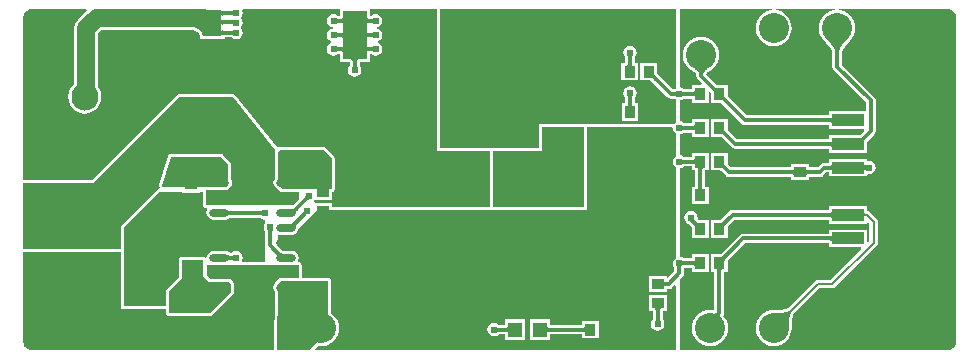
<source format=gtl>
G04*
G04 #@! TF.GenerationSoftware,Altium Limited,Altium Designer,19.1.9 (167)*
G04*
G04 Layer_Physical_Order=1*
G04 Layer_Color=255*
%FSAX25Y25*%
%MOIN*%
G70*
G01*
G75*
%ADD15C,0.00600*%
%ADD16R,0.03937X0.03543*%
%ADD17R,0.03543X0.03937*%
%ADD18R,0.03268X0.02480*%
%ADD19R,0.04500X0.08000*%
%ADD20O,0.06496X0.02559*%
%ADD21R,0.04724X0.04724*%
%ADD22R,0.04921X0.11221*%
%ADD23R,0.21850X0.25591*%
%ADD24R,0.10630X0.03937*%
%ADD25R,0.14961X0.07087*%
%ADD26R,0.06417X0.08584*%
%ADD27R,0.07874X0.16142*%
%ADD45C,0.01200*%
%ADD46C,0.06000*%
%ADD47C,0.00800*%
%ADD48C,0.02000*%
%ADD49C,0.10000*%
%ADD50C,0.09055*%
%ADD51C,0.02400*%
%ADD52C,0.06000*%
%ADD53C,0.05000*%
G36*
X0072143Y0113660D02*
X0072092Y0113706D01*
X0072032Y0113746D01*
X0071963Y0113782D01*
X0071886Y0113814D01*
X0071800Y0113840D01*
X0071705Y0113862D01*
X0071602Y0113878D01*
X0071490Y0113890D01*
X0071241Y0113900D01*
Y0115100D01*
X0071370Y0115102D01*
X0071602Y0115122D01*
X0071705Y0115138D01*
X0071800Y0115160D01*
X0071886Y0115186D01*
X0071963Y0115218D01*
X0072032Y0115254D01*
X0072092Y0115294D01*
X0072143Y0115340D01*
Y0113660D01*
D02*
G37*
G36*
X0140000Y0068500D02*
X0157500Y0068500D01*
X0157500Y0050000D01*
X0104969D01*
Y0051322D01*
X0099281D01*
X0098888Y0051751D01*
X0098895Y0051814D01*
X0099071Y0052078D01*
X0104969D01*
Y0054914D01*
X0105190Y0054958D01*
X0105521Y0055179D01*
X0105742Y0055510D01*
X0105820Y0055900D01*
Y0066200D01*
X0105742Y0066590D01*
X0105521Y0066921D01*
X0102721Y0069721D01*
X0102390Y0069942D01*
X0102000Y0070020D01*
X0087500D01*
X0087305Y0069981D01*
X0087111Y0069942D01*
X0087110Y0069942D01*
X0087110Y0069942D01*
X0086946Y0069832D01*
X0086780Y0069722D01*
X0086512Y0069736D01*
X0072572Y0087138D01*
X0072529Y0087174D01*
X0072498Y0087221D01*
X0072378Y0087301D01*
X0072268Y0087393D01*
X0072214Y0087410D01*
X0072167Y0087442D01*
X0072026Y0087470D01*
X0071889Y0087513D01*
X0071832Y0087509D01*
X0071777Y0087520D01*
X0054000Y0087520D01*
X0053902Y0087500D01*
X0053500D01*
X0025000Y0059000D01*
X0002039Y0059000D01*
Y0113000D01*
Y0113292D01*
X0002153Y0113864D01*
X0002376Y0114402D01*
X0002700Y0114887D01*
X0003113Y0115300D01*
X0003598Y0115624D01*
X0004136Y0115847D01*
X0004708Y0115961D01*
X0023063D01*
X0023270Y0115461D01*
X0020147Y0112338D01*
X0019506Y0111503D01*
X0019103Y0110529D01*
X0018966Y0109485D01*
X0018966Y0109485D01*
Y0092064D01*
X0018911Y0091082D01*
X0018886Y0090873D01*
X0018866Y0090762D01*
X0018558Y0090525D01*
X0017672Y0089370D01*
X0017115Y0088026D01*
X0016925Y0086583D01*
X0017115Y0085140D01*
X0017672Y0083795D01*
X0018558Y0082640D01*
X0019712Y0081754D01*
X0021057Y0081197D01*
X0022500Y0081007D01*
X0023943Y0081197D01*
X0025288Y0081754D01*
X0026442Y0082640D01*
X0027328Y0083795D01*
X0027885Y0085140D01*
X0028075Y0086583D01*
X0027885Y0088026D01*
X0027328Y0089370D01*
X0027035Y0089753D01*
Y0107814D01*
X0028186Y0108966D01*
X0056364D01*
X0056885Y0108952D01*
X0057836Y0108869D01*
X0058649Y0108735D01*
X0059320Y0108556D01*
X0059845Y0108343D01*
X0060229Y0108112D01*
X0060485Y0107876D01*
X0060646Y0107637D01*
X0060742Y0107367D01*
X0060790Y0106924D01*
X0060791Y0106918D01*
Y0106020D01*
X0061765D01*
X0061803Y0106012D01*
X0061841Y0106020D01*
X0061891D01*
X0061911Y0106018D01*
X0061917Y0106020D01*
X0064588D01*
X0065000Y0105965D01*
X0065412Y0106020D01*
X0068163D01*
X0068202Y0106012D01*
X0068239Y0106020D01*
X0069209D01*
Y0106369D01*
X0071456D01*
X0071466Y0106368D01*
X0071489Y0106364D01*
X0072142Y0105928D01*
X0073000Y0105757D01*
X0073858Y0105928D01*
X0074586Y0106414D01*
X0075072Y0107142D01*
X0075243Y0108000D01*
X0075072Y0108858D01*
X0074586Y0109586D01*
Y0109664D01*
X0075072Y0110392D01*
X0075243Y0111250D01*
X0075072Y0112108D01*
X0074586Y0112836D01*
Y0112914D01*
X0075072Y0113642D01*
X0075243Y0114500D01*
X0075072Y0115358D01*
X0074964Y0115520D01*
X0075200Y0115961D01*
X0107563D01*
Y0113631D01*
X0107044D01*
X0107034Y0113632D01*
X0107011Y0113636D01*
X0106358Y0114072D01*
X0105500Y0114243D01*
X0104642Y0114072D01*
X0103914Y0113586D01*
X0103428Y0112858D01*
X0103257Y0112000D01*
X0103428Y0111142D01*
X0103914Y0110414D01*
X0104642Y0109928D01*
X0105193Y0109818D01*
Y0109308D01*
X0104642Y0109198D01*
X0103914Y0108712D01*
X0103428Y0107984D01*
X0103257Y0107126D01*
X0103428Y0106268D01*
X0103914Y0105540D01*
X0104609Y0105076D01*
X0104640Y0104813D01*
X0104609Y0104550D01*
X0103914Y0104086D01*
X0103428Y0103358D01*
X0103257Y0102500D01*
X0103428Y0101642D01*
X0103914Y0100914D01*
X0104642Y0100428D01*
X0105500Y0100257D01*
X0106358Y0100428D01*
X0107011Y0100864D01*
X0107022Y0100866D01*
X0107059Y0100869D01*
X0107563D01*
Y0098055D01*
X0110869D01*
Y0097044D01*
X0110868Y0097034D01*
X0110864Y0097011D01*
X0110428Y0096358D01*
X0110257Y0095500D01*
X0110428Y0094642D01*
X0110914Y0093914D01*
X0111642Y0093428D01*
X0112500Y0093257D01*
X0113358Y0093428D01*
X0114086Y0093914D01*
X0114572Y0094642D01*
X0114743Y0095500D01*
X0114572Y0096358D01*
X0114136Y0097011D01*
X0114134Y0097022D01*
X0114131Y0097059D01*
Y0098055D01*
X0117437D01*
Y0100869D01*
X0117956D01*
X0117966Y0100868D01*
X0117989Y0100864D01*
X0118642Y0100428D01*
X0119500Y0100257D01*
X0120358Y0100428D01*
X0121086Y0100914D01*
X0121572Y0101642D01*
X0121743Y0102500D01*
X0121572Y0103358D01*
X0121086Y0104086D01*
X0120391Y0104550D01*
X0120360Y0104813D01*
X0120391Y0105076D01*
X0121086Y0105540D01*
X0121572Y0106268D01*
X0121743Y0107126D01*
X0121572Y0107984D01*
X0121086Y0108712D01*
X0120358Y0109198D01*
X0119807Y0109308D01*
Y0109818D01*
X0120358Y0109928D01*
X0121086Y0110414D01*
X0121572Y0111142D01*
X0121743Y0112000D01*
X0121572Y0112858D01*
X0121086Y0113586D01*
X0120358Y0114072D01*
X0119500Y0114243D01*
X0118642Y0114072D01*
X0117989Y0113636D01*
X0117978Y0113634D01*
X0117941Y0113631D01*
X0117437D01*
Y0115961D01*
X0140000D01*
Y0068500D01*
D02*
G37*
G36*
X0068209Y0115498D02*
X0068245Y0115415D01*
X0068305Y0115341D01*
X0068389Y0115277D01*
X0068497Y0115223D01*
X0068629Y0115179D01*
X0068785Y0115144D01*
X0068965Y0115120D01*
X0069169Y0115105D01*
X0069397Y0115100D01*
Y0113900D01*
X0069167Y0113894D01*
X0068961Y0113876D01*
X0068780Y0113846D01*
X0068622Y0113804D01*
X0068489Y0113750D01*
X0068380Y0113684D01*
X0068295Y0113606D01*
X0068234Y0113516D01*
X0068197Y0113414D01*
X0068185Y0113300D01*
X0068197Y0115592D01*
X0068209Y0115498D01*
D02*
G37*
G36*
X0118643Y0111160D02*
X0118592Y0111206D01*
X0118532Y0111246D01*
X0118463Y0111282D01*
X0118386Y0111314D01*
X0118300Y0111340D01*
X0118205Y0111362D01*
X0118102Y0111378D01*
X0117990Y0111390D01*
X0117741Y0111400D01*
Y0112600D01*
X0117870Y0112602D01*
X0118102Y0112622D01*
X0118205Y0112638D01*
X0118300Y0112660D01*
X0118386Y0112686D01*
X0118463Y0112718D01*
X0118532Y0112754D01*
X0118592Y0112794D01*
X0118643Y0112840D01*
Y0111160D01*
D02*
G37*
G36*
X0106408Y0112794D02*
X0106468Y0112754D01*
X0106537Y0112718D01*
X0106614Y0112686D01*
X0106700Y0112660D01*
X0106795Y0112638D01*
X0106898Y0112622D01*
X0107010Y0112610D01*
X0107259Y0112600D01*
Y0111400D01*
X0107130Y0111398D01*
X0106898Y0111378D01*
X0106795Y0111362D01*
X0106700Y0111340D01*
X0106614Y0111314D01*
X0106537Y0111282D01*
X0106468Y0111246D01*
X0106408Y0111206D01*
X0106357Y0111160D01*
Y0112840D01*
X0106408Y0112794D01*
D02*
G37*
G36*
X0116425Y0113086D02*
X0116462Y0112984D01*
X0116522Y0112894D01*
X0116607Y0112816D01*
X0116716Y0112750D01*
X0116849Y0112696D01*
X0117007Y0112654D01*
X0117189Y0112624D01*
X0117395Y0112606D01*
X0117625Y0112600D01*
Y0111400D01*
X0117395Y0111394D01*
X0117189Y0111376D01*
X0117007Y0111346D01*
X0116849Y0111304D01*
X0116716Y0111250D01*
X0116607Y0111184D01*
X0116522Y0111106D01*
X0116462Y0111016D01*
X0116425Y0110914D01*
X0116413Y0110800D01*
Y0113200D01*
X0116425Y0113086D01*
D02*
G37*
G36*
X0108587Y0110800D02*
X0108575Y0110914D01*
X0108538Y0111016D01*
X0108478Y0111106D01*
X0108393Y0111184D01*
X0108284Y0111250D01*
X0108151Y0111304D01*
X0107993Y0111346D01*
X0107811Y0111376D01*
X0107605Y0111394D01*
X0107375Y0111400D01*
Y0112600D01*
X0107605Y0112606D01*
X0107811Y0112624D01*
X0107993Y0112654D01*
X0108151Y0112696D01*
X0108284Y0112750D01*
X0108393Y0112816D01*
X0108478Y0112894D01*
X0108538Y0112984D01*
X0108575Y0113086D01*
X0108587Y0113200D01*
Y0110800D01*
D02*
G37*
G36*
X0071987Y0110607D02*
X0071945Y0110663D01*
X0071893Y0110713D01*
X0071832Y0110756D01*
X0071761Y0110794D01*
X0071680Y0110827D01*
X0071590Y0110853D01*
X0071490Y0110874D01*
X0071380Y0110888D01*
X0071261Y0110897D01*
X0071132Y0110900D01*
X0071433Y0112100D01*
X0071564Y0112101D01*
X0071903Y0112124D01*
X0071998Y0112137D01*
X0072160Y0112174D01*
X0072228Y0112196D01*
X0072287Y0112222D01*
X0072337Y0112250D01*
X0071987Y0110607D01*
D02*
G37*
G36*
X0068197Y0112586D02*
X0068233Y0112484D01*
X0068294Y0112394D01*
X0068379Y0112316D01*
X0068488Y0112250D01*
X0068621Y0112196D01*
X0068779Y0112154D01*
X0068960Y0112124D01*
X0069166Y0112106D01*
X0069397Y0112100D01*
Y0110900D01*
X0069166Y0110894D01*
X0068960Y0110876D01*
X0068779Y0110846D01*
X0068621Y0110804D01*
X0068488Y0110750D01*
X0068379Y0110684D01*
X0068294Y0110606D01*
X0068233Y0110516D01*
X0068197Y0110414D01*
X0068185Y0110300D01*
Y0112700D01*
X0068197Y0112586D01*
D02*
G37*
G36*
X0072143Y0107160D02*
X0072092Y0107206D01*
X0072032Y0107246D01*
X0071963Y0107282D01*
X0071886Y0107314D01*
X0071800Y0107340D01*
X0071705Y0107362D01*
X0071602Y0107378D01*
X0071490Y0107390D01*
X0071241Y0107400D01*
Y0108600D01*
X0071370Y0108602D01*
X0071602Y0108622D01*
X0071705Y0108638D01*
X0071800Y0108660D01*
X0071886Y0108686D01*
X0071963Y0108718D01*
X0072032Y0108754D01*
X0072092Y0108794D01*
X0072143Y0108840D01*
Y0107160D01*
D02*
G37*
G36*
X0068197Y0109086D02*
X0068234Y0108984D01*
X0068295Y0108894D01*
X0068380Y0108816D01*
X0068489Y0108750D01*
X0068623Y0108696D01*
X0068780Y0108654D01*
X0068961Y0108624D01*
X0069167Y0108606D01*
X0069397Y0108600D01*
Y0107400D01*
X0069169Y0107396D01*
X0068785Y0107367D01*
X0068629Y0107341D01*
X0068497Y0107308D01*
X0068389Y0107267D01*
X0068305Y0107220D01*
X0068245Y0107164D01*
X0068209Y0107102D01*
X0068197Y0107032D01*
X0068185Y0109200D01*
X0068197Y0109086D01*
D02*
G37*
G36*
X0061803Y0115592D02*
Y0107032D01*
X0061743Y0107596D01*
X0061563Y0108100D01*
X0061263Y0108545D01*
X0060843Y0108931D01*
X0060303Y0109258D01*
X0059643Y0109525D01*
X0058863Y0109733D01*
X0057963Y0109881D01*
X0056943Y0109970D01*
X0055803Y0110000D01*
Y0116000D01*
X0061803Y0115592D01*
D02*
G37*
G36*
X0118643Y0106286D02*
X0118592Y0106332D01*
X0118532Y0106372D01*
X0118463Y0106408D01*
X0118386Y0106440D01*
X0118300Y0106466D01*
X0118205Y0106488D01*
X0118102Y0106504D01*
X0117990Y0106516D01*
X0117741Y0106526D01*
Y0107726D01*
X0117870Y0107728D01*
X0118102Y0107748D01*
X0118205Y0107764D01*
X0118300Y0107786D01*
X0118386Y0107812D01*
X0118463Y0107844D01*
X0118532Y0107880D01*
X0118592Y0107920D01*
X0118643Y0107966D01*
Y0106286D01*
D02*
G37*
G36*
X0106408Y0107920D02*
X0106468Y0107880D01*
X0106537Y0107844D01*
X0106614Y0107812D01*
X0106700Y0107786D01*
X0106795Y0107764D01*
X0106898Y0107748D01*
X0107010Y0107736D01*
X0107259Y0107726D01*
Y0106526D01*
X0107130Y0106524D01*
X0106898Y0106504D01*
X0106795Y0106488D01*
X0106700Y0106466D01*
X0106614Y0106440D01*
X0106537Y0106408D01*
X0106468Y0106372D01*
X0106408Y0106332D01*
X0106357Y0106286D01*
Y0107966D01*
X0106408Y0107920D01*
D02*
G37*
G36*
X0116425Y0108212D02*
X0116462Y0108110D01*
X0116522Y0108020D01*
X0116607Y0107942D01*
X0116716Y0107876D01*
X0116849Y0107822D01*
X0117007Y0107780D01*
X0117189Y0107750D01*
X0117395Y0107732D01*
X0117625Y0107726D01*
Y0106526D01*
X0117395Y0106520D01*
X0117189Y0106502D01*
X0117007Y0106472D01*
X0116849Y0106430D01*
X0116716Y0106376D01*
X0116607Y0106310D01*
X0116522Y0106232D01*
X0116462Y0106142D01*
X0116425Y0106040D01*
X0116413Y0105926D01*
Y0108326D01*
X0116425Y0108212D01*
D02*
G37*
G36*
X0108587Y0105926D02*
X0108575Y0106040D01*
X0108538Y0106142D01*
X0108478Y0106232D01*
X0108393Y0106310D01*
X0108284Y0106376D01*
X0108151Y0106430D01*
X0107993Y0106472D01*
X0107811Y0106502D01*
X0107605Y0106520D01*
X0107375Y0106526D01*
Y0107726D01*
X0107605Y0107732D01*
X0107811Y0107750D01*
X0107993Y0107780D01*
X0108151Y0107822D01*
X0108284Y0107876D01*
X0108393Y0107942D01*
X0108478Y0108020D01*
X0108538Y0108110D01*
X0108575Y0108212D01*
X0108587Y0108326D01*
Y0105926D01*
D02*
G37*
G36*
X0272641Y0115461D02*
X0272157Y0115413D01*
X0271026Y0115070D01*
X0269984Y0114513D01*
X0269070Y0113763D01*
X0268320Y0112849D01*
X0267763Y0111807D01*
X0267420Y0110676D01*
X0267304Y0109500D01*
X0267420Y0108324D01*
X0267763Y0107193D01*
X0268320Y0106150D01*
X0269070Y0105237D01*
X0269145Y0105175D01*
X0269643Y0104674D01*
X0270532Y0103683D01*
X0270872Y0103252D01*
X0271156Y0102849D01*
X0271378Y0102486D01*
X0271540Y0102167D01*
X0271643Y0101900D01*
X0271696Y0101689D01*
X0271702Y0101621D01*
Y0096610D01*
X0271826Y0095986D01*
X0272180Y0095456D01*
X0282869Y0084767D01*
Y0081709D01*
X0270555D01*
Y0080371D01*
X0243339D01*
X0237122Y0086589D01*
X0236936Y0086788D01*
X0236809Y0086946D01*
X0236772Y0087000D01*
Y0090569D01*
X0233815D01*
X0233789Y0090575D01*
X0233747Y0090569D01*
X0233633D01*
X0233623Y0090569D01*
X0233621Y0090569D01*
X0233394D01*
X0233375Y0090581D01*
X0233045Y0090862D01*
X0229721Y0094186D01*
X0229772Y0094306D01*
X0229854Y0094446D01*
X0229957Y0094582D01*
X0230086Y0094715D01*
X0230245Y0094848D01*
X0230439Y0094978D01*
X0230706Y0095124D01*
X0230770Y0095177D01*
X0231349Y0095487D01*
X0232263Y0096237D01*
X0233013Y0097150D01*
X0233570Y0098193D01*
X0233913Y0099324D01*
X0234029Y0100500D01*
X0233913Y0101676D01*
X0233570Y0102807D01*
X0233013Y0103849D01*
X0232263Y0104763D01*
X0231349Y0105513D01*
X0230307Y0106070D01*
X0229176Y0106413D01*
X0228000Y0106529D01*
X0226824Y0106413D01*
X0225693Y0106070D01*
X0224651Y0105513D01*
X0223737Y0104763D01*
X0222987Y0103849D01*
X0222430Y0102807D01*
X0222087Y0101676D01*
X0221971Y0100500D01*
X0222087Y0099324D01*
X0222430Y0098193D01*
X0222987Y0097150D01*
X0223737Y0096237D01*
X0224651Y0095487D01*
X0225230Y0095177D01*
X0225294Y0095124D01*
X0225560Y0094978D01*
X0225754Y0094848D01*
X0225914Y0094715D01*
X0226043Y0094582D01*
X0226146Y0094446D01*
X0226228Y0094306D01*
X0226291Y0094157D01*
X0226339Y0093992D01*
X0226368Y0093808D01*
X0226369Y0093803D01*
Y0093600D01*
X0226493Y0092976D01*
X0226847Y0092447D01*
X0228262Y0091030D01*
X0228071Y0090569D01*
X0224929D01*
Y0089231D01*
X0222245D01*
X0222235Y0089232D01*
X0222212Y0089236D01*
X0221559Y0089672D01*
X0221000Y0089784D01*
Y0115961D01*
X0251450D01*
X0251475Y0115461D01*
X0250991Y0115413D01*
X0249859Y0115070D01*
X0248817Y0114513D01*
X0247903Y0113763D01*
X0247154Y0112849D01*
X0246597Y0111807D01*
X0246253Y0110676D01*
X0246138Y0109500D01*
X0246253Y0108324D01*
X0246597Y0107193D01*
X0247154Y0106150D01*
X0247903Y0105237D01*
X0248817Y0104487D01*
X0249859Y0103930D01*
X0250991Y0103587D01*
X0252167Y0103471D01*
X0253343Y0103587D01*
X0254474Y0103930D01*
X0255516Y0104487D01*
X0256430Y0105237D01*
X0257180Y0106150D01*
X0257737Y0107193D01*
X0258080Y0108324D01*
X0258196Y0109500D01*
X0258080Y0110676D01*
X0257737Y0111807D01*
X0257180Y0112849D01*
X0256430Y0113763D01*
X0255516Y0114513D01*
X0254474Y0115070D01*
X0253343Y0115413D01*
X0252859Y0115461D01*
X0252883Y0115961D01*
X0272617D01*
X0272641Y0115461D01*
D02*
G37*
G36*
X0118643Y0101660D02*
X0118592Y0101706D01*
X0118532Y0101746D01*
X0118463Y0101782D01*
X0118386Y0101814D01*
X0118300Y0101840D01*
X0118205Y0101862D01*
X0118102Y0101878D01*
X0117990Y0101890D01*
X0117741Y0101900D01*
Y0103100D01*
X0117870Y0103102D01*
X0118102Y0103122D01*
X0118205Y0103138D01*
X0118300Y0103160D01*
X0118386Y0103186D01*
X0118463Y0103218D01*
X0118532Y0103254D01*
X0118592Y0103294D01*
X0118643Y0103340D01*
Y0101660D01*
D02*
G37*
G36*
X0106408Y0103294D02*
X0106468Y0103254D01*
X0106537Y0103218D01*
X0106614Y0103186D01*
X0106700Y0103160D01*
X0106795Y0103138D01*
X0106898Y0103122D01*
X0107010Y0103110D01*
X0107259Y0103100D01*
Y0101900D01*
X0107130Y0101898D01*
X0106898Y0101878D01*
X0106795Y0101862D01*
X0106700Y0101840D01*
X0106614Y0101814D01*
X0106537Y0101782D01*
X0106468Y0101746D01*
X0106408Y0101706D01*
X0106357Y0101660D01*
Y0103340D01*
X0106408Y0103294D01*
D02*
G37*
G36*
X0276282Y0105374D02*
X0274977Y0103862D01*
X0274658Y0103410D01*
X0274397Y0102983D01*
X0274194Y0102583D01*
X0274049Y0102208D01*
X0273962Y0101859D01*
X0273933Y0101536D01*
X0272733D01*
X0272704Y0101859D01*
X0272617Y0102208D01*
X0272472Y0102583D01*
X0272269Y0102983D01*
X0272008Y0103410D01*
X0271689Y0103862D01*
X0271312Y0104340D01*
X0270384Y0105374D01*
X0269833Y0105929D01*
X0276833D01*
X0276282Y0105374D01*
D02*
G37*
G36*
X0116425Y0103586D02*
X0116462Y0103484D01*
X0116522Y0103394D01*
X0116607Y0103316D01*
X0116716Y0103250D01*
X0116849Y0103196D01*
X0117007Y0103154D01*
X0117189Y0103124D01*
X0117395Y0103106D01*
X0117625Y0103100D01*
Y0101900D01*
X0117395Y0101894D01*
X0117189Y0101876D01*
X0117007Y0101846D01*
X0116849Y0101804D01*
X0116716Y0101750D01*
X0116607Y0101684D01*
X0116522Y0101606D01*
X0116462Y0101516D01*
X0116425Y0101414D01*
X0116413Y0101300D01*
Y0103700D01*
X0116425Y0103586D01*
D02*
G37*
G36*
X0108587Y0101300D02*
X0108575Y0101414D01*
X0108538Y0101516D01*
X0108478Y0101606D01*
X0108393Y0101684D01*
X0108284Y0101750D01*
X0108151Y0101804D01*
X0107993Y0101846D01*
X0107811Y0101876D01*
X0107605Y0101894D01*
X0107375Y0101900D01*
Y0103100D01*
X0107605Y0103106D01*
X0107811Y0103124D01*
X0107993Y0103154D01*
X0108151Y0103196D01*
X0108284Y0103250D01*
X0108393Y0103316D01*
X0108478Y0103394D01*
X0108538Y0103484D01*
X0108575Y0103586D01*
X0108587Y0103700D01*
Y0101300D01*
D02*
G37*
G36*
X0113586Y0099055D02*
X0113484Y0099019D01*
X0113394Y0098959D01*
X0113316Y0098875D01*
X0113250Y0098767D01*
X0113196Y0098635D01*
X0113154Y0098479D01*
X0113124Y0098299D01*
X0113106Y0098095D01*
X0113100Y0097867D01*
X0111900D01*
X0111894Y0098095D01*
X0111876Y0098299D01*
X0111846Y0098479D01*
X0111804Y0098635D01*
X0111750Y0098767D01*
X0111684Y0098875D01*
X0111606Y0098959D01*
X0111516Y0099019D01*
X0111414Y0099055D01*
X0111300Y0099067D01*
X0113700D01*
X0113586Y0099055D01*
D02*
G37*
G36*
X0113102Y0097130D02*
X0113122Y0096898D01*
X0113138Y0096795D01*
X0113160Y0096700D01*
X0113186Y0096614D01*
X0113218Y0096537D01*
X0113254Y0096468D01*
X0113294Y0096408D01*
X0113340Y0096357D01*
X0111660D01*
X0111706Y0096408D01*
X0111746Y0096468D01*
X0111782Y0096537D01*
X0111814Y0096614D01*
X0111840Y0096700D01*
X0111862Y0096795D01*
X0111878Y0096898D01*
X0111890Y0097010D01*
X0111900Y0097259D01*
X0113100D01*
X0113102Y0097130D01*
D02*
G37*
G36*
X0229909Y0095850D02*
X0229635Y0095666D01*
X0229392Y0095465D01*
X0229182Y0095248D01*
X0229004Y0095014D01*
X0228859Y0094764D01*
X0228746Y0094498D01*
X0228665Y0094215D01*
X0228616Y0093915D01*
X0228600Y0093600D01*
X0227400D01*
X0227384Y0093915D01*
X0227335Y0094215D01*
X0227255Y0094498D01*
X0227141Y0094764D01*
X0226996Y0095014D01*
X0226818Y0095248D01*
X0226608Y0095465D01*
X0226365Y0095666D01*
X0226091Y0095850D01*
X0225783Y0096018D01*
X0230217D01*
X0229909Y0095850D01*
D02*
G37*
G36*
X0212205Y0094831D02*
X0212191Y0094701D01*
X0212217Y0094548D01*
X0212283Y0094371D01*
X0212390Y0094170D01*
X0212538Y0093946D01*
X0212726Y0093699D01*
X0213223Y0093134D01*
X0213532Y0092816D01*
X0212684Y0091968D01*
X0212386Y0092257D01*
X0211860Y0092715D01*
X0211632Y0092883D01*
X0211428Y0093011D01*
X0211247Y0093099D01*
X0211090Y0093146D01*
X0210956Y0093152D01*
X0210846Y0093118D01*
X0210759Y0093044D01*
X0212260Y0094937D01*
X0212205Y0094831D01*
D02*
G37*
G36*
X0026000Y0092171D02*
X0026007Y0089446D01*
X0019707Y0090146D01*
X0019763Y0090217D01*
X0019813Y0090337D01*
X0019857Y0090506D01*
X0019895Y0090725D01*
X0019927Y0090993D01*
X0019988Y0092093D01*
X0020000Y0093074D01*
X0026000Y0092171D01*
D02*
G37*
G36*
X0219500Y0089444D02*
X0219190Y0089236D01*
X0219179Y0089234D01*
X0219142Y0089231D01*
X0218576D01*
X0213907Y0093900D01*
X0213515Y0094345D01*
X0213370Y0094536D01*
X0213272Y0094686D01*
Y0094839D01*
X0213276Y0094853D01*
X0213272Y0094889D01*
Y0095045D01*
X0213272Y0095055D01*
X0213272Y0095057D01*
Y0097969D01*
X0207728D01*
Y0092032D01*
X0210665D01*
X0210682Y0092027D01*
X0210720Y0092032D01*
X0210867D01*
X0210877Y0092031D01*
X0210879Y0092032D01*
X0211069D01*
X0211221Y0091919D01*
X0211627Y0091566D01*
X0216746Y0086446D01*
X0217276Y0086093D01*
X0217900Y0085969D01*
X0219157D01*
X0219166Y0085968D01*
X0219190Y0085964D01*
X0219500Y0085756D01*
Y0078144D01*
X0219115Y0077886D01*
X0218857Y0077500D01*
X0218442D01*
X0218393Y0077515D01*
X0218343Y0077510D01*
X0218294Y0077520D01*
X0190000D01*
X0189901Y0077500D01*
X0189079D01*
X0188980Y0077520D01*
X0175000D01*
X0174902Y0077500D01*
X0174000D01*
Y0076599D01*
X0173980Y0076500D01*
X0173980Y0069520D01*
X0158520Y0069520D01*
X0158129Y0069442D01*
X0158010Y0069362D01*
X0157890Y0069442D01*
X0157500Y0069520D01*
X0141020Y0069520D01*
Y0115961D01*
X0219500D01*
Y0089444D01*
D02*
G37*
G36*
X0232298Y0090159D02*
X0232751Y0089773D01*
X0232950Y0089635D01*
X0233129Y0089532D01*
X0233289Y0089465D01*
X0233430Y0089434D01*
X0233553Y0089439D01*
X0233656Y0089480D01*
X0233741Y0089556D01*
X0232240Y0087663D01*
X0232299Y0087765D01*
X0232326Y0087882D01*
X0232322Y0088014D01*
X0232285Y0088161D01*
X0232216Y0088324D01*
X0232115Y0088501D01*
X0231982Y0088693D01*
X0231817Y0088900D01*
X0231621Y0089122D01*
X0231392Y0089360D01*
X0232044Y0090405D01*
X0232298Y0090159D01*
D02*
G37*
G36*
X0221609Y0088394D02*
X0221669Y0088354D01*
X0221738Y0088318D01*
X0221815Y0088286D01*
X0221901Y0088260D01*
X0221995Y0088238D01*
X0222099Y0088222D01*
X0222211Y0088210D01*
X0222460Y0088200D01*
Y0087000D01*
X0222331Y0086998D01*
X0222099Y0086978D01*
X0221995Y0086962D01*
X0221901Y0086940D01*
X0221815Y0086914D01*
X0221738Y0086882D01*
X0221669Y0086846D01*
X0221609Y0086806D01*
X0221558Y0086760D01*
Y0088440D01*
X0221609Y0088394D01*
D02*
G37*
G36*
X0219844Y0086760D02*
X0219793Y0086806D01*
X0219732Y0086846D01*
X0219664Y0086882D01*
X0219586Y0086914D01*
X0219501Y0086940D01*
X0219406Y0086962D01*
X0219303Y0086978D01*
X0219191Y0086990D01*
X0218942Y0087000D01*
Y0088200D01*
X0219071Y0088202D01*
X0219303Y0088222D01*
X0219406Y0088238D01*
X0219501Y0088260D01*
X0219586Y0088286D01*
X0219664Y0088318D01*
X0219732Y0088354D01*
X0219793Y0088394D01*
X0219844Y0088440D01*
Y0086760D01*
D02*
G37*
G36*
X0225941Y0086400D02*
X0225929Y0086514D01*
X0225893Y0086616D01*
X0225833Y0086706D01*
X0225749Y0086784D01*
X0225641Y0086850D01*
X0225509Y0086904D01*
X0225353Y0086946D01*
X0225173Y0086976D01*
X0224969Y0086994D01*
X0224741Y0087000D01*
Y0088200D01*
X0224969Y0088206D01*
X0225173Y0088224D01*
X0225353Y0088254D01*
X0225509Y0088296D01*
X0225641Y0088350D01*
X0225749Y0088416D01*
X0225833Y0088494D01*
X0225893Y0088584D01*
X0225929Y0088686D01*
X0225941Y0088800D01*
Y0086400D01*
D02*
G37*
G36*
X0235681Y0087248D02*
X0235648Y0087139D01*
X0235649Y0087012D01*
X0235685Y0086868D01*
X0235754Y0086707D01*
X0235857Y0086529D01*
X0235994Y0086333D01*
X0236164Y0086121D01*
X0236608Y0085644D01*
X0235760Y0084795D01*
X0235512Y0085034D01*
X0235070Y0085409D01*
X0234874Y0085546D01*
X0234696Y0085650D01*
X0234535Y0085719D01*
X0234391Y0085754D01*
X0234264Y0085755D01*
X0234155Y0085722D01*
X0234063Y0085655D01*
X0235748Y0087341D01*
X0235681Y0087248D01*
D02*
G37*
G36*
X0271579Y0077540D02*
X0271567Y0077654D01*
X0271531Y0077756D01*
X0271470Y0077846D01*
X0271385Y0077924D01*
X0271276Y0077990D01*
X0271143Y0078044D01*
X0270985Y0078086D01*
X0270803Y0078116D01*
X0270597Y0078134D01*
X0270367Y0078140D01*
Y0079340D01*
X0270597Y0079346D01*
X0270803Y0079364D01*
X0270985Y0079394D01*
X0271143Y0079436D01*
X0271276Y0079490D01*
X0271385Y0079556D01*
X0271470Y0079634D01*
X0271531Y0079724D01*
X0271567Y0079826D01*
X0271579Y0079940D01*
Y0077540D01*
D02*
G37*
G36*
X0221609Y0077094D02*
X0221669Y0077054D01*
X0221738Y0077018D01*
X0221815Y0076986D01*
X0221901Y0076960D01*
X0221995Y0076938D01*
X0222099Y0076922D01*
X0222211Y0076910D01*
X0222460Y0076900D01*
Y0075700D01*
X0222331Y0075698D01*
X0222099Y0075678D01*
X0221995Y0075662D01*
X0221901Y0075640D01*
X0221815Y0075614D01*
X0221738Y0075582D01*
X0221669Y0075546D01*
X0221609Y0075506D01*
X0221558Y0075460D01*
Y0077140D01*
X0221609Y0077094D01*
D02*
G37*
G36*
X0225941Y0075100D02*
X0225929Y0075214D01*
X0225893Y0075316D01*
X0225833Y0075406D01*
X0225749Y0075484D01*
X0225641Y0075550D01*
X0225509Y0075604D01*
X0225353Y0075646D01*
X0225173Y0075676D01*
X0224969Y0075694D01*
X0224741Y0075700D01*
Y0076900D01*
X0224969Y0076906D01*
X0225173Y0076924D01*
X0225353Y0076954D01*
X0225509Y0076996D01*
X0225641Y0077050D01*
X0225749Y0077116D01*
X0225833Y0077194D01*
X0225893Y0077284D01*
X0225929Y0077386D01*
X0225941Y0077500D01*
Y0075100D01*
D02*
G37*
G36*
X0310864Y0115847D02*
X0311403Y0115624D01*
X0311887Y0115300D01*
X0312300Y0114887D01*
X0312624Y0114402D01*
X0312847Y0113864D01*
X0312961Y0113292D01*
Y0113000D01*
Y0005000D01*
Y0004708D01*
X0312847Y0004136D01*
X0312624Y0003598D01*
X0312300Y0003112D01*
X0311887Y0002700D01*
X0311403Y0002376D01*
X0310864Y0002153D01*
X0310292Y0002039D01*
X0221000D01*
Y0025693D01*
X0221854Y0026547D01*
X0222208Y0027077D01*
X0222332Y0027701D01*
Y0029469D01*
X0224929D01*
Y0028131D01*
X0230472D01*
Y0034069D01*
X0224929D01*
Y0032731D01*
X0222245D01*
X0222235Y0032732D01*
X0222212Y0032736D01*
X0221559Y0033172D01*
X0221000Y0033284D01*
Y0062816D01*
X0221559Y0062928D01*
X0222212Y0063364D01*
X0222223Y0063366D01*
X0222260Y0063369D01*
X0224929D01*
Y0062032D01*
X0226069D01*
Y0056669D01*
X0224929D01*
Y0050731D01*
X0230472D01*
Y0056669D01*
X0229332D01*
Y0062032D01*
X0230472D01*
Y0067968D01*
X0224929D01*
Y0066631D01*
X0222245D01*
X0222235Y0066632D01*
X0222212Y0066636D01*
X0221559Y0067072D01*
X0221000Y0067184D01*
Y0074116D01*
X0221559Y0074228D01*
X0222212Y0074664D01*
X0222223Y0074666D01*
X0222260Y0074669D01*
X0224929D01*
Y0073331D01*
X0230472D01*
Y0079268D01*
X0224929D01*
Y0077931D01*
X0222245D01*
X0222235Y0077932D01*
X0222212Y0077936D01*
X0221559Y0078372D01*
X0221000Y0078484D01*
Y0085416D01*
X0221559Y0085528D01*
X0222212Y0085964D01*
X0222223Y0085966D01*
X0222260Y0085969D01*
X0224929D01*
Y0084632D01*
X0230472D01*
Y0088036D01*
X0230952Y0088216D01*
X0231228Y0087926D01*
Y0087555D01*
X0231228Y0087545D01*
X0231228Y0087543D01*
Y0084632D01*
X0234403D01*
X0234446Y0084602D01*
X0234766Y0084330D01*
X0241510Y0077587D01*
X0242039Y0077233D01*
X0242663Y0077109D01*
X0270555D01*
Y0075772D01*
X0282162D01*
X0282353Y0075310D01*
X0281232Y0074189D01*
X0281032Y0074003D01*
X0280875Y0073878D01*
X0280814Y0073835D01*
X0280514D01*
X0280476Y0073842D01*
X0280438Y0073835D01*
X0270555D01*
Y0072497D01*
X0239913D01*
X0237122Y0075288D01*
X0236936Y0075488D01*
X0236809Y0075646D01*
X0236772Y0075700D01*
Y0079268D01*
X0231228D01*
Y0073331D01*
X0234403D01*
X0234446Y0073302D01*
X0234766Y0073030D01*
X0238084Y0069713D01*
X0238613Y0069359D01*
X0239237Y0069235D01*
X0270555D01*
Y0067898D01*
X0283185D01*
Y0071087D01*
X0283193Y0071126D01*
X0283185Y0071164D01*
Y0071463D01*
X0283220Y0071513D01*
X0283490Y0071833D01*
X0285653Y0073996D01*
X0286007Y0074525D01*
X0286131Y0075150D01*
X0286131Y0075150D01*
Y0085443D01*
X0286007Y0086067D01*
X0285653Y0086597D01*
X0274965Y0097285D01*
Y0101621D01*
X0274971Y0101689D01*
X0275023Y0101900D01*
X0275127Y0102167D01*
X0275288Y0102486D01*
X0275511Y0102849D01*
X0275782Y0103234D01*
X0277031Y0104681D01*
X0277522Y0105175D01*
X0277596Y0105237D01*
X0278346Y0106150D01*
X0278903Y0107193D01*
X0279246Y0108324D01*
X0279362Y0109500D01*
X0279246Y0110676D01*
X0278903Y0111807D01*
X0278346Y0112849D01*
X0277596Y0113763D01*
X0276683Y0114513D01*
X0275641Y0115070D01*
X0274510Y0115413D01*
X0274025Y0115461D01*
X0274050Y0115961D01*
X0310292D01*
X0310864Y0115847D01*
D02*
G37*
G36*
X0235681Y0075948D02*
X0235648Y0075839D01*
X0235649Y0075712D01*
X0235685Y0075568D01*
X0235754Y0075407D01*
X0235857Y0075229D01*
X0235994Y0075033D01*
X0236164Y0074821D01*
X0236608Y0074344D01*
X0235760Y0073495D01*
X0235512Y0073734D01*
X0235070Y0074110D01*
X0234874Y0074247D01*
X0234696Y0074349D01*
X0234535Y0074419D01*
X0234391Y0074454D01*
X0234264Y0074455D01*
X0234155Y0074422D01*
X0234063Y0074356D01*
X0235748Y0076041D01*
X0235681Y0075948D01*
D02*
G37*
G36*
X0283022Y0072823D02*
X0282784Y0072577D01*
X0282411Y0072135D01*
X0282275Y0071940D01*
X0282173Y0071762D01*
X0282105Y0071601D01*
X0282071Y0071456D01*
Y0071329D01*
X0282105Y0071219D01*
X0282173Y0071126D01*
X0280476Y0072823D01*
X0280569Y0072755D01*
X0280680Y0072721D01*
X0280807D01*
X0280951Y0072755D01*
X0281112Y0072823D01*
X0281291Y0072925D01*
X0281486Y0073060D01*
X0281698Y0073230D01*
X0282173Y0073671D01*
X0283022Y0072823D01*
D02*
G37*
G36*
X0271579Y0069666D02*
X0271567Y0069780D01*
X0271531Y0069882D01*
X0271470Y0069972D01*
X0271385Y0070050D01*
X0271276Y0070116D01*
X0271143Y0070170D01*
X0270985Y0070212D01*
X0270803Y0070242D01*
X0270597Y0070260D01*
X0270367Y0070266D01*
Y0071466D01*
X0270597Y0071472D01*
X0270803Y0071490D01*
X0270985Y0071520D01*
X0271143Y0071562D01*
X0271276Y0071616D01*
X0271385Y0071682D01*
X0271470Y0071760D01*
X0271531Y0071850D01*
X0271567Y0071952D01*
X0271579Y0072066D01*
Y0069666D01*
D02*
G37*
G36*
X0188980Y0050020D02*
X0158520Y0050020D01*
X0158520Y0068500D01*
X0175000Y0068500D01*
X0175000Y0076500D01*
X0188980D01*
X0188980Y0050020D01*
D02*
G37*
G36*
X0221609Y0065794D02*
X0221669Y0065754D01*
X0221738Y0065718D01*
X0221815Y0065686D01*
X0221901Y0065660D01*
X0221995Y0065638D01*
X0222099Y0065622D01*
X0222211Y0065610D01*
X0222460Y0065600D01*
Y0064400D01*
X0222331Y0064398D01*
X0222099Y0064378D01*
X0221995Y0064362D01*
X0221901Y0064340D01*
X0221815Y0064314D01*
X0221738Y0064282D01*
X0221669Y0064246D01*
X0221609Y0064206D01*
X0221558Y0064160D01*
Y0065840D01*
X0221609Y0065794D01*
D02*
G37*
G36*
X0225953Y0063800D02*
X0225941Y0063914D01*
X0225905Y0064016D01*
X0225844Y0064106D01*
X0225759Y0064184D01*
X0225650Y0064250D01*
X0225517Y0064304D01*
X0225359Y0064346D01*
X0225178Y0064376D01*
X0224971Y0064394D01*
X0224741Y0064400D01*
Y0065600D01*
X0224971Y0065606D01*
X0225178Y0065624D01*
X0225359Y0065654D01*
X0225517Y0065696D01*
X0225650Y0065750D01*
X0225759Y0065816D01*
X0225844Y0065894D01*
X0225905Y0065984D01*
X0225941Y0066086D01*
X0225953Y0066200D01*
Y0063800D01*
D02*
G37*
G36*
X0228787Y0063043D02*
X0228685Y0063007D01*
X0228595Y0062946D01*
X0228517Y0062862D01*
X0228451Y0062752D01*
X0228397Y0062619D01*
X0228355Y0062462D01*
X0228325Y0062280D01*
X0228307Y0062074D01*
X0228301Y0061844D01*
X0227101D01*
X0227095Y0062074D01*
X0227077Y0062280D01*
X0227047Y0062462D01*
X0227005Y0062619D01*
X0226951Y0062752D01*
X0226885Y0062862D01*
X0226807Y0062946D01*
X0226717Y0063007D01*
X0226615Y0063043D01*
X0226501Y0063055D01*
X0228901D01*
X0228787Y0063043D01*
D02*
G37*
G36*
X0070300Y0064200D02*
X0070300Y0057200D01*
X0069700Y0056600D01*
X0048691D01*
X0048391Y0057000D01*
X0051184Y0066600D01*
X0067900D01*
X0070300Y0064200D01*
D02*
G37*
G36*
X0104800Y0066200D02*
Y0055900D01*
X0088300Y0055900D01*
X0086806Y0057394D01*
X0086794Y0068295D01*
X0087500Y0069000D01*
X0102000D01*
X0104800Y0066200D01*
D02*
G37*
G36*
X0228307Y0056626D02*
X0228325Y0056420D01*
X0228355Y0056238D01*
X0228397Y0056081D01*
X0228451Y0055948D01*
X0228517Y0055838D01*
X0228595Y0055754D01*
X0228685Y0055693D01*
X0228787Y0055657D01*
X0228901Y0055645D01*
X0226501D01*
X0226615Y0055657D01*
X0226717Y0055693D01*
X0226807Y0055754D01*
X0226885Y0055838D01*
X0226951Y0055948D01*
X0227005Y0056081D01*
X0227047Y0056238D01*
X0227077Y0056420D01*
X0227095Y0056626D01*
X0227101Y0056857D01*
X0228301D01*
X0228307Y0056626D01*
D02*
G37*
G36*
X0061980Y0050500D02*
X0062058Y0050110D01*
X0062279Y0049779D01*
X0062610Y0049558D01*
X0063000Y0049480D01*
X0063127D01*
X0063362Y0049039D01*
X0063262Y0048889D01*
X0063085Y0048000D01*
X0063262Y0047111D01*
X0063766Y0046356D01*
X0064520Y0045853D01*
X0065409Y0045676D01*
X0069346D01*
X0070236Y0045853D01*
X0070756Y0046200D01*
X0081084Y0046200D01*
X0081642Y0045828D01*
X0082500Y0045657D01*
X0082700Y0045493D01*
Y0044516D01*
X0082328Y0043958D01*
X0082157Y0043100D01*
X0082328Y0042242D01*
X0082700Y0041684D01*
X0082700Y0031520D01*
X0075087Y0031520D01*
X0074851Y0031960D01*
X0074972Y0032142D01*
X0075143Y0033000D01*
X0074972Y0033858D01*
X0074486Y0034586D01*
X0073758Y0035072D01*
X0072900Y0035243D01*
X0072042Y0035072D01*
X0071389Y0034636D01*
X0071381Y0034635D01*
X0071256Y0034652D01*
X0071139Y0034675D01*
X0071032Y0034703D01*
X0070933Y0034737D01*
X0070842Y0034775D01*
X0070759Y0034817D01*
X0070680Y0034864D01*
X0070576Y0034939D01*
X0070492Y0034976D01*
X0070236Y0035147D01*
X0069346Y0035324D01*
X0065409D01*
X0064520Y0035147D01*
X0063766Y0034644D01*
X0063262Y0033889D01*
X0063120Y0033175D01*
X0062671Y0032959D01*
X0062605Y0032952D01*
X0062471Y0033042D01*
X0062080Y0033120D01*
X0054800D01*
X0054410Y0033042D01*
X0054079Y0032821D01*
X0053858Y0032490D01*
X0053780Y0032100D01*
Y0026622D01*
X0049779Y0022621D01*
X0049558Y0022290D01*
X0049480Y0021900D01*
Y0017020D01*
X0035520D01*
Y0035000D01*
X0035500Y0035098D01*
Y0035921D01*
X0035520Y0036020D01*
X0035520Y0043078D01*
X0047442Y0055000D01*
X0055032D01*
Y0054628D01*
X0060969D01*
Y0055000D01*
X0061980D01*
X0061980Y0050500D01*
D02*
G37*
G36*
X0097149Y0052211D02*
X0097079Y0052215D01*
X0097006Y0052208D01*
X0096931Y0052192D01*
X0096854Y0052165D01*
X0096773Y0052127D01*
X0096690Y0052079D01*
X0096605Y0052021D01*
X0096517Y0051953D01*
X0096427Y0051874D01*
X0096334Y0051785D01*
X0095607Y0052756D01*
X0095698Y0052849D01*
X0095916Y0053108D01*
X0095972Y0053188D01*
X0096018Y0053264D01*
X0096056Y0053337D01*
X0096085Y0053407D01*
X0096105Y0053473D01*
X0096116Y0053536D01*
X0097149Y0052211D01*
D02*
G37*
G36*
X0085941Y0068819D02*
X0085852Y0068686D01*
X0085852Y0068685D01*
X0085851Y0068684D01*
X0085813Y0068489D01*
X0085774Y0068296D01*
X0085774Y0068295D01*
X0085774Y0068294D01*
X0085785Y0059306D01*
X0085506Y0058889D01*
X0085329Y0058000D01*
X0085506Y0057111D01*
X0086010Y0056357D01*
X0086764Y0055853D01*
X0086940Y0055818D01*
X0087579Y0055179D01*
X0087910Y0054958D01*
X0088300Y0054880D01*
X0094000Y0054880D01*
Y0052607D01*
X0091893Y0050500D01*
X0063000Y0050500D01*
X0063000Y0055580D01*
X0069700D01*
X0070090Y0055658D01*
X0070421Y0055879D01*
X0070714Y0056172D01*
X0070990Y0056357D01*
X0071494Y0057111D01*
X0071671Y0058000D01*
X0071494Y0058889D01*
X0071320Y0059150D01*
X0071320Y0064200D01*
X0071242Y0064590D01*
X0071021Y0064921D01*
X0071021Y0064921D01*
X0068621Y0067321D01*
X0068621D01*
Y0067321D01*
X0068511Y0067394D01*
X0068290Y0067542D01*
X0067900Y0067620D01*
X0067900D01*
D01*
X0051184D01*
X0051128Y0067609D01*
X0051072Y0067614D01*
X0050935Y0067570D01*
X0050793Y0067542D01*
X0050747Y0067511D01*
X0050693Y0067494D01*
X0050582Y0067401D01*
X0050463Y0067321D01*
X0050431Y0067274D01*
X0050388Y0067238D01*
X0050322Y0067110D01*
X0050242Y0066990D01*
X0050231Y0066935D01*
X0050205Y0066885D01*
X0047412Y0057285D01*
X0047406Y0057212D01*
X0047381Y0057144D01*
X0047388Y0057016D01*
X0047377Y0056888D01*
X0047399Y0056819D01*
X0047403Y0056747D01*
X0047459Y0056631D01*
X0047497Y0056509D01*
X0047503Y0056503D01*
X0034500Y0043500D01*
X0034500Y0036020D01*
X0002039Y0036020D01*
Y0057916D01*
X0025416Y0057916D01*
X0054000Y0086500D01*
X0071777Y0086500D01*
X0085941Y0068819D01*
D02*
G37*
G36*
X0093680Y0049132D02*
X0093534Y0048980D01*
X0093283Y0048680D01*
X0093177Y0048532D01*
X0093085Y0048385D01*
X0093006Y0048239D01*
X0092941Y0048095D01*
X0092889Y0047952D01*
X0092851Y0047810D01*
X0092826Y0047669D01*
X0091281Y0049266D01*
X0091372Y0049198D01*
X0091477Y0049161D01*
X0091599Y0049157D01*
X0091736Y0049185D01*
X0091888Y0049246D01*
X0092057Y0049339D01*
X0092241Y0049464D01*
X0092440Y0049622D01*
X0092656Y0049812D01*
X0092887Y0050035D01*
X0093680Y0049132D01*
D02*
G37*
G36*
X0218458Y0076300D02*
X0218628Y0075442D01*
X0219115Y0074714D01*
X0219500Y0074456D01*
Y0066844D01*
X0219115Y0066586D01*
X0218628Y0065858D01*
X0218458Y0065000D01*
X0218628Y0064142D01*
X0219115Y0063414D01*
X0219500Y0063156D01*
Y0032944D01*
X0219115Y0032686D01*
X0218628Y0031958D01*
X0218458Y0031100D01*
X0218628Y0030242D01*
X0219065Y0029589D01*
X0219066Y0029578D01*
X0219069Y0029541D01*
Y0028376D01*
X0216968Y0026276D01*
X0216469Y0026483D01*
Y0026921D01*
X0210531D01*
Y0021378D01*
X0216469D01*
Y0022518D01*
X0217150D01*
X0217774Y0022642D01*
X0218303Y0022996D01*
X0219038Y0023731D01*
X0219500Y0023540D01*
Y0002039D01*
X0099495D01*
X0099304Y0002501D01*
X0100284Y0003481D01*
X0101400Y0003371D01*
X0102576Y0003487D01*
X0103707Y0003830D01*
X0104750Y0004387D01*
X0105663Y0005137D01*
X0106413Y0006050D01*
X0106970Y0007093D01*
X0107313Y0008224D01*
X0107429Y0009400D01*
X0107313Y0010576D01*
X0106970Y0011707D01*
X0106413Y0012750D01*
X0105663Y0013663D01*
X0104750Y0014413D01*
X0104620Y0014482D01*
Y0025300D01*
X0104542Y0025690D01*
X0104321Y0026021D01*
X0103990Y0026242D01*
X0103600Y0026320D01*
X0094827D01*
X0094827Y0030500D01*
X0094749Y0030890D01*
X0094528Y0031221D01*
X0094197Y0031442D01*
X0093928Y0031495D01*
X0093635Y0031956D01*
X0093738Y0032111D01*
X0093915Y0033000D01*
X0093738Y0033889D01*
X0093234Y0034644D01*
X0092480Y0035147D01*
X0091590Y0035324D01*
X0088489D01*
X0088483Y0035328D01*
X0088373Y0035403D01*
X0088096Y0035633D01*
X0087000Y0036729D01*
Y0040412D01*
X0087387Y0040729D01*
X0087653Y0040676D01*
X0091590D01*
X0092480Y0040853D01*
X0093234Y0041357D01*
X0093738Y0042111D01*
X0093894Y0042894D01*
X0097508Y0046508D01*
X0098186Y0046961D01*
X0098639Y0047639D01*
X0100000Y0049000D01*
X0104870Y0049000D01*
X0104969Y0048980D01*
X0157500D01*
X0157599Y0049000D01*
X0190000Y0049000D01*
X0190000Y0076500D01*
X0218294D01*
X0218458Y0076300D01*
D02*
G37*
G36*
X0096708Y0047352D02*
X0096644Y0047342D01*
X0096576Y0047323D01*
X0096506Y0047295D01*
X0096432Y0047258D01*
X0096355Y0047212D01*
X0096275Y0047158D01*
X0096191Y0047094D01*
X0096014Y0046940D01*
X0095921Y0046850D01*
X0094974Y0047600D01*
X0095063Y0047693D01*
X0095211Y0047871D01*
X0095270Y0047956D01*
X0095318Y0048039D01*
X0095356Y0048120D01*
X0095384Y0048197D01*
X0095402Y0048272D01*
X0095410Y0048345D01*
X0095407Y0048415D01*
X0096708Y0047352D01*
D02*
G37*
G36*
X0093550Y0044479D02*
X0093326Y0044246D01*
X0092980Y0043833D01*
X0092858Y0043653D01*
X0092771Y0043491D01*
X0092718Y0043346D01*
X0092699Y0043219D01*
X0092715Y0043109D01*
X0092765Y0043017D01*
X0092849Y0042943D01*
X0090804Y0044267D01*
X0090912Y0044216D01*
X0091034Y0044195D01*
X0091170Y0044205D01*
X0091318Y0044245D01*
X0091481Y0044315D01*
X0091656Y0044416D01*
X0091846Y0044547D01*
X0092048Y0044707D01*
X0092264Y0044899D01*
X0092494Y0045120D01*
X0093550Y0044479D01*
D02*
G37*
G36*
X0085194Y0042192D02*
X0085154Y0042132D01*
X0085118Y0042063D01*
X0085086Y0041986D01*
X0085060Y0041900D01*
X0085038Y0041805D01*
X0085022Y0041702D01*
X0085010Y0041590D01*
X0085000Y0041341D01*
X0083800D01*
X0083798Y0041470D01*
X0083778Y0041702D01*
X0083762Y0041805D01*
X0083740Y0041900D01*
X0083714Y0041986D01*
X0083682Y0042063D01*
X0083646Y0042132D01*
X0083606Y0042192D01*
X0083560Y0042243D01*
X0085240D01*
X0085194Y0042192D01*
D02*
G37*
G36*
X0087358Y0034921D02*
X0087758Y0034588D01*
X0087942Y0034462D01*
X0088117Y0034363D01*
X0088282Y0034290D01*
X0088437Y0034244D01*
X0088581Y0034225D01*
X0088716Y0034232D01*
X0088841Y0034266D01*
X0086428Y0033308D01*
X0086530Y0033364D01*
X0086597Y0033440D01*
X0086629Y0033534D01*
X0086626Y0033646D01*
X0086587Y0033777D01*
X0086514Y0033926D01*
X0086405Y0034094D01*
X0086260Y0034280D01*
X0086081Y0034484D01*
X0085866Y0034707D01*
X0087144Y0035127D01*
X0087358Y0034921D01*
D02*
G37*
G36*
X0070122Y0034011D02*
X0070265Y0033925D01*
X0070415Y0033849D01*
X0070572Y0033783D01*
X0070737Y0033727D01*
X0070909Y0033681D01*
X0071088Y0033646D01*
X0071275Y0033620D01*
X0071383Y0033612D01*
X0071502Y0033622D01*
X0071605Y0033638D01*
X0071700Y0033660D01*
X0071786Y0033686D01*
X0071863Y0033718D01*
X0071932Y0033754D01*
X0071992Y0033794D01*
X0072043Y0033840D01*
Y0032160D01*
X0071992Y0032206D01*
X0071932Y0032246D01*
X0071863Y0032282D01*
X0071786Y0032314D01*
X0071700Y0032340D01*
X0071605Y0032362D01*
X0071502Y0032378D01*
X0071399Y0032389D01*
X0071275Y0032380D01*
X0071088Y0032354D01*
X0070909Y0032319D01*
X0070737Y0032273D01*
X0070572Y0032217D01*
X0070415Y0032151D01*
X0070265Y0032075D01*
X0070122Y0031989D01*
X0069986Y0031893D01*
Y0034107D01*
X0070122Y0034011D01*
D02*
G37*
G36*
X0221609Y0031894D02*
X0221669Y0031854D01*
X0221738Y0031818D01*
X0221815Y0031786D01*
X0221901Y0031760D01*
X0221995Y0031738D01*
X0222099Y0031722D01*
X0222211Y0031710D01*
X0222460Y0031700D01*
Y0030500D01*
X0222331Y0030498D01*
X0222099Y0030478D01*
X0221995Y0030462D01*
X0221901Y0030440D01*
X0221815Y0030414D01*
X0221738Y0030382D01*
X0221669Y0030346D01*
X0221609Y0030306D01*
X0221558Y0030260D01*
Y0031940D01*
X0221609Y0031894D01*
D02*
G37*
G36*
X0225941Y0029900D02*
X0225929Y0030014D01*
X0225893Y0030116D01*
X0225833Y0030206D01*
X0225749Y0030284D01*
X0225641Y0030350D01*
X0225509Y0030404D01*
X0225353Y0030446D01*
X0225173Y0030476D01*
X0224969Y0030494D01*
X0224741Y0030500D01*
Y0031700D01*
X0224969Y0031706D01*
X0225173Y0031724D01*
X0225353Y0031754D01*
X0225509Y0031796D01*
X0225641Y0031850D01*
X0225749Y0031916D01*
X0225833Y0031994D01*
X0225893Y0032084D01*
X0225929Y0032186D01*
X0225941Y0032300D01*
Y0029900D01*
D02*
G37*
G36*
X0221495Y0030192D02*
X0221454Y0030132D01*
X0221418Y0030063D01*
X0221387Y0029986D01*
X0221361Y0029900D01*
X0221339Y0029805D01*
X0221322Y0029702D01*
X0221310Y0029590D01*
X0221301Y0029341D01*
X0220101D01*
X0220098Y0029470D01*
X0220079Y0029702D01*
X0220062Y0029805D01*
X0220041Y0029900D01*
X0220014Y0029986D01*
X0219983Y0030063D01*
X0219947Y0030132D01*
X0219906Y0030192D01*
X0219861Y0030243D01*
X0221541D01*
X0221495Y0030192D01*
D02*
G37*
G36*
X0215457Y0025236D02*
X0215493Y0025134D01*
X0215554Y0025044D01*
X0215638Y0024966D01*
X0215747Y0024900D01*
X0215881Y0024846D01*
X0216038Y0024804D01*
X0216220Y0024774D01*
X0216426Y0024756D01*
X0216656Y0024750D01*
Y0023550D01*
X0216426Y0023544D01*
X0216220Y0023526D01*
X0216038Y0023496D01*
X0215881Y0023454D01*
X0215747Y0023400D01*
X0215638Y0023334D01*
X0215554Y0023256D01*
X0215493Y0023166D01*
X0215457Y0023064D01*
X0215444Y0022950D01*
Y0025350D01*
X0215457Y0025236D01*
D02*
G37*
G36*
X0062080Y0026774D02*
X0063855Y0025000D01*
X0070400Y0025000D01*
X0071300Y0024100D01*
X0071300Y0021600D01*
X0064300Y0014600D01*
X0050500Y0014600D01*
Y0021900D01*
X0054800Y0026200D01*
Y0032100D01*
X0062080D01*
X0062080Y0026774D01*
D02*
G37*
G36*
X0103600Y0008239D02*
X0097400Y0002039D01*
X0086964D01*
X0086612Y0002394D01*
X0086814Y0024114D01*
X0088000Y0025300D01*
X0103600D01*
Y0008239D01*
D02*
G37*
G36*
X0034500Y0016000D02*
X0049480D01*
Y0014600D01*
X0049558Y0014210D01*
X0049779Y0013879D01*
X0050110Y0013658D01*
X0050500Y0013580D01*
X0064300Y0013580D01*
X0064690Y0013658D01*
X0065021Y0013879D01*
X0072021Y0020879D01*
X0072242Y0021210D01*
X0072320Y0021600D01*
X0072320Y0024100D01*
X0072242Y0024490D01*
X0072021Y0024821D01*
X0071121Y0025721D01*
X0071121Y0025721D01*
X0070790Y0025942D01*
X0070400Y0026020D01*
X0064277Y0026020D01*
X0063100Y0027197D01*
Y0030500D01*
X0093807Y0030500D01*
X0093807Y0026320D01*
X0088000D01*
X0087610Y0026242D01*
X0087279Y0026021D01*
X0086093Y0024835D01*
X0085985Y0024673D01*
X0085876Y0024513D01*
X0085875Y0024508D01*
X0085872Y0024504D01*
X0085853Y0024409D01*
X0085506Y0023889D01*
X0085329Y0023000D01*
X0085506Y0022111D01*
X0085772Y0021713D01*
X0085592Y0002404D01*
X0085575Y0002384D01*
X0085186Y0002039D01*
X0004708D01*
X0004136Y0002153D01*
X0003598Y0002376D01*
X0003112Y0002700D01*
X0002700Y0003113D01*
X0002376Y0003598D01*
X0002153Y0004136D01*
X0002039Y0004708D01*
Y0005000D01*
Y0035000D01*
X0034500Y0035000D01*
Y0016000D01*
D02*
G37*
%LPC*%
G36*
X0204201Y0103543D02*
X0203342Y0103372D01*
X0202615Y0102886D01*
X0202128Y0102158D01*
X0201958Y0101300D01*
X0202128Y0100442D01*
X0202565Y0099789D01*
X0202566Y0099778D01*
X0202569Y0099741D01*
Y0097969D01*
X0201429D01*
Y0092032D01*
X0206972D01*
Y0097969D01*
X0205832D01*
Y0099756D01*
X0205833Y0099766D01*
X0205837Y0099789D01*
X0206273Y0100442D01*
X0206444Y0101300D01*
X0206273Y0102158D01*
X0205787Y0102886D01*
X0205059Y0103372D01*
X0204201Y0103543D01*
D02*
G37*
G36*
X0204299Y0090043D02*
X0203441Y0089872D01*
X0202713Y0089386D01*
X0202227Y0088658D01*
X0202056Y0087800D01*
X0202227Y0086942D01*
X0202608Y0086371D01*
X0202668Y0085203D01*
Y0084469D01*
X0201528D01*
Y0078531D01*
X0207071D01*
Y0084469D01*
X0205931D01*
Y0085654D01*
X0205942Y0086299D01*
X0206372Y0086942D01*
X0206542Y0087800D01*
X0206372Y0088658D01*
X0205885Y0089386D01*
X0205158Y0089872D01*
X0204299Y0090043D01*
D02*
G37*
%LPD*%
G36*
X0204995Y0100392D02*
X0204954Y0100332D01*
X0204918Y0100263D01*
X0204887Y0100186D01*
X0204861Y0100100D01*
X0204839Y0100005D01*
X0204822Y0099902D01*
X0204810Y0099790D01*
X0204801Y0099541D01*
X0203601D01*
X0203598Y0099670D01*
X0203579Y0099902D01*
X0203562Y0100005D01*
X0203541Y0100100D01*
X0203514Y0100186D01*
X0203483Y0100263D01*
X0203447Y0100332D01*
X0203406Y0100392D01*
X0203361Y0100443D01*
X0205041D01*
X0204995Y0100392D01*
D02*
G37*
G36*
X0204807Y0097926D02*
X0204825Y0097720D01*
X0204855Y0097538D01*
X0204897Y0097381D01*
X0204951Y0097247D01*
X0205017Y0097138D01*
X0205095Y0097054D01*
X0205185Y0096993D01*
X0205287Y0096957D01*
X0205401Y0096944D01*
X0204845D01*
X0204908Y0095707D01*
X0203493D01*
X0203514Y0095747D01*
X0203532Y0095825D01*
X0203548Y0095940D01*
X0203574Y0096284D01*
X0203586Y0096944D01*
X0203001D01*
X0203115Y0096957D01*
X0203217Y0096993D01*
X0203307Y0097054D01*
X0203385Y0097138D01*
X0203451Y0097247D01*
X0203505Y0097381D01*
X0203547Y0097538D01*
X0203577Y0097720D01*
X0203595Y0097926D01*
X0203601Y0098156D01*
X0204801D01*
X0204807Y0097926D01*
D02*
G37*
G36*
X0204986Y0087053D02*
X0204968Y0086975D01*
X0204963Y0086943D01*
X0205139D01*
X0205094Y0086892D01*
X0205053Y0086832D01*
X0205017Y0086763D01*
X0204986Y0086686D01*
X0204959Y0086600D01*
X0204938Y0086505D01*
X0204925Y0086425D01*
X0204899Y0085000D01*
X0203699D01*
X0203613Y0086686D01*
X0203582Y0086763D01*
X0203546Y0086832D01*
X0203505Y0086892D01*
X0203459Y0086943D01*
X0203599D01*
X0203592Y0087093D01*
X0205007D01*
X0204986Y0087053D01*
D02*
G37*
G36*
X0204905Y0084426D02*
X0204923Y0084220D01*
X0204953Y0084038D01*
X0204995Y0083881D01*
X0205049Y0083748D01*
X0205115Y0083638D01*
X0205193Y0083554D01*
X0205283Y0083493D01*
X0205385Y0083457D01*
X0205499Y0083444D01*
X0203099D01*
X0203213Y0083457D01*
X0203315Y0083493D01*
X0203405Y0083554D01*
X0203483Y0083638D01*
X0203549Y0083748D01*
X0203603Y0083881D01*
X0203645Y0084038D01*
X0203675Y0084220D01*
X0203693Y0084426D01*
X0203699Y0084657D01*
X0204899D01*
X0204905Y0084426D01*
D02*
G37*
%LPC*%
G36*
X0236772Y0067968D02*
X0231228D01*
Y0062032D01*
X0234024D01*
X0234063Y0062024D01*
X0234101Y0062032D01*
X0234400D01*
X0234451Y0061997D01*
X0234770Y0061726D01*
X0236150Y0060347D01*
X0236679Y0059993D01*
X0237303Y0059869D01*
X0258032D01*
Y0058728D01*
X0263968D01*
Y0059869D01*
X0267500D01*
X0268124Y0059993D01*
X0268653Y0060347D01*
X0269676Y0061369D01*
X0270555D01*
Y0060024D01*
X0283185D01*
Y0060497D01*
X0283572Y0060815D01*
X0283862Y0060757D01*
X0284721Y0060928D01*
X0285448Y0061414D01*
X0285934Y0062142D01*
X0286105Y0063000D01*
X0285934Y0063858D01*
X0285448Y0064586D01*
X0284721Y0065072D01*
X0283862Y0065243D01*
X0283572Y0065185D01*
X0283185Y0065503D01*
Y0065961D01*
X0270555D01*
Y0064631D01*
X0269000D01*
X0268376Y0064507D01*
X0267846Y0064153D01*
X0266824Y0063131D01*
X0263968D01*
Y0064272D01*
X0258032D01*
Y0063131D01*
X0237979D01*
X0237126Y0063984D01*
X0236940Y0064185D01*
X0236815Y0064341D01*
X0236772Y0064403D01*
Y0064702D01*
X0236779Y0064741D01*
X0236772Y0064779D01*
Y0067968D01*
D02*
G37*
G36*
X0224600Y0048543D02*
X0223742Y0048372D01*
X0223014Y0047886D01*
X0222528Y0047158D01*
X0222357Y0046300D01*
X0222528Y0045442D01*
X0223014Y0044714D01*
X0223742Y0044228D01*
X0223748Y0044226D01*
X0223906Y0044088D01*
X0224641Y0043352D01*
X0224737Y0043244D01*
X0224864Y0043085D01*
X0224929Y0042990D01*
Y0042555D01*
X0224928Y0042545D01*
X0224929Y0042543D01*
Y0039632D01*
X0230472D01*
Y0045568D01*
X0227516D01*
X0227490Y0045575D01*
X0227447Y0045568D01*
X0227334D01*
X0227324Y0045569D01*
X0227321Y0045568D01*
X0227119D01*
X0226770Y0045934D01*
X0226843Y0046300D01*
X0226672Y0047158D01*
X0226186Y0047886D01*
X0225458Y0048372D01*
X0224600Y0048543D01*
D02*
G37*
G36*
X0283185Y0050213D02*
X0270555D01*
Y0048875D01*
X0238447D01*
X0237823Y0048751D01*
X0237294Y0048398D01*
X0234815Y0045919D01*
X0234615Y0045733D01*
X0234457Y0045606D01*
X0234403Y0045568D01*
X0231228D01*
Y0039632D01*
X0236772D01*
Y0043200D01*
X0236802Y0043243D01*
X0237073Y0043563D01*
X0239123Y0045613D01*
X0270555D01*
Y0044276D01*
X0283185D01*
Y0044643D01*
X0283647Y0044834D01*
X0284073Y0044409D01*
Y0038591D01*
X0283647Y0038166D01*
X0283185Y0038357D01*
Y0042339D01*
X0270555D01*
Y0041001D01*
X0242073D01*
X0241449Y0040877D01*
X0240920Y0040524D01*
X0234815Y0034419D01*
X0234615Y0034233D01*
X0234457Y0034106D01*
X0234403Y0034069D01*
X0231228D01*
Y0028131D01*
X0232369D01*
Y0015834D01*
X0231869Y0015443D01*
X0231000Y0015529D01*
X0229824Y0015413D01*
X0228693Y0015070D01*
X0227650Y0014513D01*
X0226737Y0013763D01*
X0225987Y0012849D01*
X0225430Y0011807D01*
X0225087Y0010676D01*
X0224971Y0009500D01*
X0225087Y0008324D01*
X0225430Y0007193D01*
X0225987Y0006151D01*
X0226737Y0005237D01*
X0227650Y0004487D01*
X0228693Y0003930D01*
X0229824Y0003587D01*
X0231000Y0003471D01*
X0232176Y0003587D01*
X0233307Y0003930D01*
X0234349Y0004487D01*
X0235263Y0005237D01*
X0236013Y0006151D01*
X0236570Y0007193D01*
X0236913Y0008324D01*
X0237029Y0009500D01*
X0236913Y0010676D01*
X0236570Y0011807D01*
X0236013Y0012849D01*
X0235331Y0013681D01*
X0235507Y0013944D01*
X0235631Y0014569D01*
Y0028131D01*
X0236772D01*
Y0031700D01*
X0236802Y0031743D01*
X0237073Y0032063D01*
X0242749Y0037739D01*
X0270555D01*
Y0036402D01*
X0281230D01*
X0281421Y0035940D01*
X0271033Y0025551D01*
X0266791D01*
X0266791Y0025551D01*
X0266244Y0025443D01*
X0265781Y0025133D01*
X0265781Y0025133D01*
X0256789Y0016141D01*
X0256729Y0016093D01*
X0256569Y0016004D01*
X0256314Y0015903D01*
X0255969Y0015804D01*
X0255538Y0015715D01*
X0255046Y0015643D01*
X0253020Y0015521D01*
X0252264Y0015519D01*
X0252167Y0015529D01*
X0250991Y0015413D01*
X0249859Y0015070D01*
X0248817Y0014513D01*
X0247903Y0013763D01*
X0247154Y0012849D01*
X0246597Y0011807D01*
X0246253Y0010676D01*
X0246138Y0009500D01*
X0246253Y0008324D01*
X0246597Y0007193D01*
X0247154Y0006151D01*
X0247903Y0005237D01*
X0248817Y0004487D01*
X0249859Y0003930D01*
X0250991Y0003587D01*
X0252167Y0003471D01*
X0253343Y0003587D01*
X0254474Y0003930D01*
X0255516Y0004487D01*
X0256430Y0005237D01*
X0257180Y0006151D01*
X0257737Y0007193D01*
X0258080Y0008324D01*
X0258196Y0009500D01*
X0258187Y0009591D01*
X0258209Y0011104D01*
X0258308Y0012370D01*
X0258381Y0012871D01*
X0258471Y0013302D01*
X0258570Y0013647D01*
X0258670Y0013902D01*
X0258759Y0014063D01*
X0258808Y0014122D01*
X0267382Y0022696D01*
X0271624D01*
X0271624Y0022696D01*
X0272170Y0022805D01*
X0272633Y0023114D01*
X0286509Y0036991D01*
X0286819Y0037454D01*
X0286927Y0038000D01*
X0286927Y0038000D01*
Y0045000D01*
X0286819Y0045546D01*
X0286509Y0046009D01*
X0286509Y0046009D01*
X0284265Y0048253D01*
X0283802Y0048563D01*
X0283256Y0048671D01*
X0283185Y0049157D01*
Y0050213D01*
D02*
G37*
%LPD*%
G36*
X0235692Y0064647D02*
X0235658Y0064537D01*
Y0064410D01*
X0235692Y0064265D01*
X0235760Y0064104D01*
X0235861Y0063926D01*
X0235997Y0063731D01*
X0236167Y0063519D01*
X0236608Y0063043D01*
X0235760Y0062195D01*
X0235514Y0062433D01*
X0235072Y0062806D01*
X0234877Y0062942D01*
X0234699Y0063043D01*
X0234538Y0063111D01*
X0234394Y0063145D01*
X0234266D01*
X0234156Y0063111D01*
X0234063Y0063043D01*
X0235760Y0064741D01*
X0235692Y0064647D01*
D02*
G37*
G36*
X0282185Y0064086D02*
X0282221Y0063984D01*
X0282281Y0063894D01*
X0282365Y0063816D01*
X0282473Y0063750D01*
X0282605Y0063696D01*
X0282698Y0063671D01*
X0282748Y0063686D01*
X0282825Y0063718D01*
X0282894Y0063754D01*
X0282954Y0063794D01*
X0283005Y0063840D01*
Y0063618D01*
X0283145Y0063606D01*
X0283373Y0063600D01*
Y0062400D01*
X0283145Y0062394D01*
X0283005Y0062382D01*
Y0062160D01*
X0282954Y0062206D01*
X0282894Y0062246D01*
X0282825Y0062282D01*
X0282748Y0062314D01*
X0282698Y0062329D01*
X0282605Y0062304D01*
X0282473Y0062250D01*
X0282365Y0062184D01*
X0282281Y0062106D01*
X0282221Y0062016D01*
X0282185Y0061914D01*
X0282173Y0061800D01*
Y0062397D01*
X0282103Y0062400D01*
Y0063600D01*
X0282173Y0063601D01*
Y0064200D01*
X0282185Y0064086D01*
D02*
G37*
G36*
X0271579Y0061800D02*
X0271567Y0061914D01*
X0271531Y0062016D01*
X0271470Y0062106D01*
X0271385Y0062184D01*
X0271276Y0062250D01*
X0271143Y0062304D01*
X0270985Y0062346D01*
X0270803Y0062376D01*
X0270597Y0062394D01*
X0270367Y0062400D01*
Y0063600D01*
X0270597Y0063606D01*
X0270803Y0063624D01*
X0270985Y0063654D01*
X0271143Y0063696D01*
X0271276Y0063750D01*
X0271385Y0063816D01*
X0271470Y0063894D01*
X0271531Y0063984D01*
X0271567Y0064086D01*
X0271579Y0064200D01*
Y0061800D01*
D02*
G37*
G36*
X0262957Y0062586D02*
X0262993Y0062484D01*
X0263054Y0062394D01*
X0263138Y0062316D01*
X0263247Y0062250D01*
X0263381Y0062196D01*
X0263538Y0062154D01*
X0263720Y0062124D01*
X0263926Y0062106D01*
X0264157Y0062100D01*
Y0060900D01*
X0263926Y0060894D01*
X0263720Y0060876D01*
X0263538Y0060846D01*
X0263381Y0060804D01*
X0263247Y0060750D01*
X0263138Y0060684D01*
X0263054Y0060606D01*
X0262993Y0060516D01*
X0262957Y0060414D01*
X0262945Y0060300D01*
Y0062700D01*
X0262957Y0062586D01*
D02*
G37*
G36*
X0259055Y0060300D02*
X0259043Y0060414D01*
X0259007Y0060516D01*
X0258946Y0060606D01*
X0258862Y0060684D01*
X0258752Y0060750D01*
X0258619Y0060804D01*
X0258462Y0060846D01*
X0258280Y0060876D01*
X0258074Y0060894D01*
X0257843Y0060900D01*
Y0062100D01*
X0258074Y0062106D01*
X0258280Y0062124D01*
X0258462Y0062154D01*
X0258619Y0062196D01*
X0258752Y0062250D01*
X0258862Y0062316D01*
X0258946Y0062394D01*
X0259007Y0062484D01*
X0259043Y0062586D01*
X0259055Y0062700D01*
Y0060300D01*
D02*
G37*
G36*
X0225700Y0045801D02*
X0225694Y0045733D01*
X0225699Y0045663D01*
X0225717Y0045589D01*
X0225746Y0045512D01*
X0225788Y0045431D01*
X0225841Y0045347D01*
X0225906Y0045260D01*
X0225966Y0045191D01*
X0225999Y0045159D01*
X0226452Y0044773D01*
X0226650Y0044635D01*
X0226830Y0044532D01*
X0226990Y0044465D01*
X0227131Y0044434D01*
X0227254Y0044439D01*
X0227357Y0044480D01*
X0227441Y0044556D01*
X0225941Y0042663D01*
X0226000Y0042765D01*
X0226027Y0042882D01*
X0226022Y0043014D01*
X0225985Y0043161D01*
X0225917Y0043324D01*
X0225816Y0043501D01*
X0225683Y0043693D01*
X0225518Y0043900D01*
X0225321Y0044122D01*
X0225093Y0044360D01*
X0225383Y0044826D01*
X0224828Y0044624D01*
X0224732Y0044719D01*
X0224259Y0045134D01*
X0224220Y0045158D01*
X0224187Y0045173D01*
X0225718Y0045865D01*
X0225700Y0045801D01*
D02*
G37*
G36*
X0277311Y0047664D02*
X0277351Y0047660D01*
X0277502Y0047653D01*
X0278517Y0047644D01*
Y0046844D01*
X0277294Y0046820D01*
Y0047669D01*
X0277311Y0047664D01*
D02*
G37*
G36*
X0282181Y0047968D02*
X0282205Y0047900D01*
X0282245Y0047840D01*
X0282301Y0047788D01*
X0282373Y0047744D01*
X0282461Y0047708D01*
X0282565Y0047680D01*
X0282685Y0047660D01*
X0282821Y0047648D01*
X0282973Y0047644D01*
Y0046844D01*
X0282821Y0046840D01*
X0282685Y0046828D01*
X0282565Y0046808D01*
X0282461Y0046780D01*
X0282373Y0046744D01*
X0282301Y0046700D01*
X0282245Y0046648D01*
X0282205Y0046588D01*
X0282181Y0046520D01*
X0282173Y0046444D01*
Y0048044D01*
X0282181Y0047968D01*
D02*
G37*
G36*
X0271579Y0046044D02*
X0271567Y0046158D01*
X0271531Y0046260D01*
X0271470Y0046350D01*
X0271385Y0046428D01*
X0271276Y0046494D01*
X0271143Y0046548D01*
X0270985Y0046590D01*
X0270803Y0046620D01*
X0270597Y0046638D01*
X0270367Y0046644D01*
Y0047844D01*
X0270597Y0047850D01*
X0270803Y0047868D01*
X0270985Y0047898D01*
X0271143Y0047940D01*
X0271276Y0047994D01*
X0271385Y0048060D01*
X0271470Y0048138D01*
X0271531Y0048228D01*
X0271567Y0048330D01*
X0271579Y0048444D01*
Y0046044D01*
D02*
G37*
G36*
X0236608Y0044556D02*
X0236369Y0044309D01*
X0235994Y0043867D01*
X0235857Y0043671D01*
X0235754Y0043493D01*
X0235685Y0043332D01*
X0235649Y0043188D01*
X0235648Y0043061D01*
X0235681Y0042952D01*
X0235748Y0042859D01*
X0234063Y0044545D01*
X0234155Y0044478D01*
X0234264Y0044445D01*
X0234391Y0044446D01*
X0234535Y0044481D01*
X0234696Y0044550D01*
X0234874Y0044653D01*
X0235070Y0044791D01*
X0235282Y0044961D01*
X0235760Y0045405D01*
X0236608Y0044556D01*
D02*
G37*
G36*
X0271579Y0038170D02*
X0271567Y0038284D01*
X0271531Y0038386D01*
X0271470Y0038476D01*
X0271385Y0038554D01*
X0271276Y0038620D01*
X0271143Y0038674D01*
X0270985Y0038716D01*
X0270803Y0038746D01*
X0270597Y0038764D01*
X0270367Y0038770D01*
Y0039970D01*
X0270597Y0039976D01*
X0270803Y0039994D01*
X0270985Y0040024D01*
X0271143Y0040066D01*
X0271276Y0040120D01*
X0271385Y0040186D01*
X0271470Y0040264D01*
X0271531Y0040354D01*
X0271567Y0040456D01*
X0271579Y0040570D01*
Y0038170D01*
D02*
G37*
G36*
X0236608Y0033057D02*
X0236369Y0032809D01*
X0235994Y0032367D01*
X0235857Y0032171D01*
X0235754Y0031993D01*
X0235685Y0031832D01*
X0235649Y0031688D01*
X0235648Y0031561D01*
X0235681Y0031452D01*
X0235748Y0031359D01*
X0234063Y0033044D01*
X0234155Y0032978D01*
X0234264Y0032945D01*
X0234391Y0032946D01*
X0234535Y0032981D01*
X0234696Y0033051D01*
X0234874Y0033154D01*
X0235070Y0033290D01*
X0235282Y0033461D01*
X0235760Y0033905D01*
X0236608Y0033057D01*
D02*
G37*
G36*
X0235086Y0029143D02*
X0234984Y0029107D01*
X0234894Y0029046D01*
X0234816Y0028962D01*
X0234750Y0028852D01*
X0234696Y0028719D01*
X0234654Y0028562D01*
X0234624Y0028380D01*
X0234606Y0028174D01*
X0234600Y0027944D01*
X0233400D01*
X0233394Y0028174D01*
X0233376Y0028380D01*
X0233346Y0028562D01*
X0233304Y0028719D01*
X0233250Y0028852D01*
X0233184Y0028962D01*
X0233106Y0029046D01*
X0233016Y0029107D01*
X0232914Y0029143D01*
X0232800Y0029155D01*
X0235200D01*
X0235086Y0029143D01*
D02*
G37*
G36*
X0234424Y0014144D02*
X0234326Y0014040D01*
X0234245Y0013939D01*
X0234183Y0013844D01*
X0234138Y0013753D01*
X0234111Y0013667D01*
X0234102Y0013585D01*
X0234110Y0013508D01*
X0234137Y0013436D01*
X0234181Y0013368D01*
X0234243Y0013305D01*
X0232339Y0014317D01*
X0232431Y0014302D01*
X0232529Y0014305D01*
X0232635Y0014327D01*
X0232748Y0014367D01*
X0232868Y0014425D01*
X0232995Y0014502D01*
X0233130Y0014597D01*
X0233271Y0014711D01*
X0233576Y0014993D01*
X0234424Y0014144D01*
D02*
G37*
G36*
X0258095Y0014863D02*
X0257911Y0014635D01*
X0257747Y0014339D01*
X0257603Y0013976D01*
X0257480Y0013546D01*
X0257377Y0013048D01*
X0257294Y0012483D01*
X0257190Y0011152D01*
X0257166Y0009550D01*
X0252217Y0014500D01*
X0253051Y0014501D01*
X0255150Y0014627D01*
X0255715Y0014710D01*
X0256213Y0014813D01*
X0256643Y0014936D01*
X0257006Y0015080D01*
X0257301Y0015244D01*
X0257529Y0015428D01*
X0258095Y0014863D01*
D02*
G37*
%LPC*%
G36*
X0169362Y0012362D02*
X0162638D01*
Y0010631D01*
X0160544D01*
X0160534Y0010632D01*
X0160511Y0010636D01*
X0159858Y0011072D01*
X0159000Y0011243D01*
X0158142Y0011072D01*
X0157414Y0010586D01*
X0156928Y0009858D01*
X0156757Y0009000D01*
X0156928Y0008142D01*
X0157414Y0007414D01*
X0158142Y0006928D01*
X0159000Y0006757D01*
X0159858Y0006928D01*
X0160511Y0007364D01*
X0160522Y0007366D01*
X0160559Y0007369D01*
X0162638D01*
Y0005638D01*
X0169362D01*
Y0012362D01*
D02*
G37*
G36*
X0216469Y0020622D02*
X0210531D01*
Y0015079D01*
X0211869D01*
Y0012394D01*
X0211868Y0012385D01*
X0211864Y0012362D01*
X0211428Y0011709D01*
X0211257Y0010850D01*
X0211428Y0009992D01*
X0211914Y0009264D01*
X0212642Y0008778D01*
X0213500Y0008607D01*
X0214358Y0008778D01*
X0215086Y0009264D01*
X0215572Y0009992D01*
X0215743Y0010850D01*
X0215572Y0011709D01*
X0215136Y0012362D01*
X0215134Y0012372D01*
X0215131Y0012409D01*
Y0015079D01*
X0216469D01*
Y0020622D01*
D02*
G37*
G36*
X0177630Y0012362D02*
X0170905D01*
Y0005638D01*
X0177630D01*
Y0007369D01*
X0188228D01*
Y0006032D01*
X0193772D01*
Y0011969D01*
X0188228D01*
Y0010631D01*
X0177630D01*
Y0012362D01*
D02*
G37*
%LPD*%
G36*
X0159908Y0009794D02*
X0159968Y0009754D01*
X0160037Y0009718D01*
X0160114Y0009686D01*
X0160200Y0009660D01*
X0160295Y0009638D01*
X0160398Y0009622D01*
X0160510Y0009610D01*
X0160759Y0009600D01*
Y0008400D01*
X0160630Y0008398D01*
X0160398Y0008378D01*
X0160295Y0008362D01*
X0160200Y0008340D01*
X0160114Y0008314D01*
X0160037Y0008282D01*
X0159968Y0008246D01*
X0159908Y0008206D01*
X0159857Y0008160D01*
Y0009840D01*
X0159908Y0009794D01*
D02*
G37*
G36*
X0163662Y0007800D02*
X0163650Y0007914D01*
X0163613Y0008016D01*
X0163553Y0008106D01*
X0163468Y0008184D01*
X0163359Y0008250D01*
X0163225Y0008304D01*
X0163068Y0008346D01*
X0162886Y0008376D01*
X0162680Y0008394D01*
X0162450Y0008400D01*
Y0009600D01*
X0162680Y0009606D01*
X0162886Y0009624D01*
X0163068Y0009654D01*
X0163225Y0009696D01*
X0163359Y0009750D01*
X0163468Y0009816D01*
X0163553Y0009894D01*
X0163613Y0009984D01*
X0163650Y0010086D01*
X0163662Y0010200D01*
Y0007800D01*
D02*
G37*
G36*
X0214586Y0016091D02*
X0214484Y0016054D01*
X0214394Y0015994D01*
X0214316Y0015909D01*
X0214250Y0015800D01*
X0214196Y0015666D01*
X0214154Y0015509D01*
X0214124Y0015327D01*
X0214106Y0015121D01*
X0214100Y0014891D01*
X0212900D01*
X0212894Y0015121D01*
X0212876Y0015327D01*
X0212846Y0015509D01*
X0212804Y0015666D01*
X0212750Y0015800D01*
X0212684Y0015909D01*
X0212606Y0015994D01*
X0212516Y0016054D01*
X0212414Y0016091D01*
X0212300Y0016103D01*
X0214700D01*
X0214586Y0016091D01*
D02*
G37*
G36*
X0214102Y0012481D02*
X0214122Y0012248D01*
X0214138Y0012145D01*
X0214160Y0012051D01*
X0214186Y0011965D01*
X0214218Y0011887D01*
X0214254Y0011819D01*
X0214294Y0011759D01*
X0214340Y0011707D01*
X0212660D01*
X0212706Y0011759D01*
X0212746Y0011819D01*
X0212782Y0011887D01*
X0212814Y0011965D01*
X0212840Y0012051D01*
X0212862Y0012145D01*
X0212878Y0012248D01*
X0212890Y0012360D01*
X0212900Y0012610D01*
X0214100D01*
X0214102Y0012481D01*
D02*
G37*
G36*
X0189252Y0007800D02*
X0189240Y0007914D01*
X0189204Y0008016D01*
X0189143Y0008106D01*
X0189058Y0008184D01*
X0188949Y0008250D01*
X0188816Y0008304D01*
X0188658Y0008346D01*
X0188477Y0008376D01*
X0188271Y0008394D01*
X0188040Y0008400D01*
Y0009600D01*
X0188271Y0009606D01*
X0188477Y0009624D01*
X0188658Y0009654D01*
X0188816Y0009696D01*
X0188949Y0009750D01*
X0189058Y0009816D01*
X0189143Y0009894D01*
X0189204Y0009984D01*
X0189240Y0010086D01*
X0189252Y0010200D01*
Y0007800D01*
D02*
G37*
G36*
X0176618Y0010086D02*
X0176654Y0009984D01*
X0176715Y0009894D01*
X0176800Y0009816D01*
X0176909Y0009750D01*
X0177042Y0009696D01*
X0177200Y0009654D01*
X0177382Y0009624D01*
X0177588Y0009606D01*
X0177818Y0009600D01*
Y0008400D01*
X0177588Y0008394D01*
X0177382Y0008376D01*
X0177200Y0008346D01*
X0177042Y0008304D01*
X0176909Y0008250D01*
X0176800Y0008184D01*
X0176715Y0008106D01*
X0176654Y0008016D01*
X0176618Y0007914D01*
X0176606Y0007800D01*
Y0010200D01*
X0176618Y0010086D01*
D02*
G37*
D15*
X0071900Y0033000D02*
X0072300D01*
D16*
X0213500Y0024150D02*
D03*
Y0017850D02*
D03*
X0261000Y0061500D02*
D03*
Y0055201D02*
D03*
X0102000Y0054850D02*
D03*
Y0048550D02*
D03*
X0058000Y0051101D02*
D03*
Y0057400D02*
D03*
Y0036450D02*
D03*
Y0030150D02*
D03*
D17*
X0210500Y0095000D02*
D03*
X0204201D02*
D03*
X0204299Y0081500D02*
D03*
X0198000D02*
D03*
X0227701Y0053700D02*
D03*
X0234000D02*
D03*
X0197299Y0009000D02*
D03*
X0191000D02*
D03*
X0234000Y0065000D02*
D03*
X0227701D02*
D03*
Y0042600D02*
D03*
X0234000D02*
D03*
X0227701Y0076300D02*
D03*
X0234000D02*
D03*
X0227701Y0087600D02*
D03*
X0234000D02*
D03*
X0227701Y0031100D02*
D03*
X0234000D02*
D03*
D18*
X0186500Y0081279D02*
D03*
Y0072500D02*
D03*
D19*
X0197000Y0060500D02*
D03*
X0186500D02*
D03*
D20*
X0067378Y0058000D02*
D03*
Y0053000D02*
D03*
Y0048000D02*
D03*
Y0043000D02*
D03*
Y0038000D02*
D03*
Y0033000D02*
D03*
Y0028000D02*
D03*
Y0023000D02*
D03*
X0089622Y0058000D02*
D03*
Y0053000D02*
D03*
Y0048000D02*
D03*
Y0043000D02*
D03*
Y0038000D02*
D03*
Y0033000D02*
D03*
Y0028000D02*
D03*
Y0023000D02*
D03*
D21*
X0174268Y0009000D02*
D03*
X0166000D02*
D03*
D22*
X0148315Y0060240D02*
D03*
X0166622D02*
D03*
D23*
X0157468Y0085437D02*
D03*
D24*
X0276870Y0039370D02*
D03*
Y0047244D02*
D03*
Y0055118D02*
D03*
Y0078740D02*
D03*
Y0070866D02*
D03*
Y0062992D02*
D03*
D25*
X0293996Y0087992D02*
D03*
Y0030118D02*
D03*
D26*
X0065000Y0111312D02*
D03*
Y0096688D02*
D03*
D27*
X0112500Y0072874D02*
D03*
Y0107126D02*
D03*
D45*
X0067378Y0048000D02*
X0082400D01*
X0082500Y0047900D01*
X0072300Y0033000D02*
X0072900D01*
X0067378D02*
X0071900D01*
X0088422D02*
X0089622D01*
X0084400Y0037022D02*
X0088422Y0033000D01*
X0084400Y0037022D02*
Y0043100D01*
X0224600Y0045701D02*
X0227701Y0042600D01*
X0224600Y0045701D02*
Y0046300D01*
X0096600Y0048377D02*
Y0048547D01*
X0091223Y0043000D02*
X0096600Y0048377D01*
X0091960Y0048260D02*
X0097100Y0053400D01*
X0097309D01*
X0089882Y0048260D02*
X0091960D01*
X0089622Y0043000D02*
X0091223D01*
X0089622Y0048000D02*
X0089882Y0048260D01*
X0299000Y0081000D02*
Y0093500D01*
X0289000Y0081000D02*
Y0093500D01*
X0299000Y0025000D02*
Y0037000D01*
X0289000Y0025000D02*
Y0037000D01*
X0105500Y0112000D02*
X0119500D01*
X0112500Y0102500D02*
X0119500D01*
X0066000Y0111500D02*
X0073000D01*
X0105500Y0102500D02*
X0112500D01*
X0204201Y0095000D02*
Y0101300D01*
X0217150Y0024150D02*
X0220701Y0027701D01*
Y0031100D01*
X0213500Y0024150D02*
X0217150D01*
X0212069Y0093432D02*
X0217900Y0087600D01*
X0220701D01*
X0227701D01*
X0213500Y0010850D02*
Y0017850D01*
X0220701Y0065000D02*
X0227701D01*
X0232727Y0088873D02*
X0234000Y0087600D01*
X0233902Y0087502D02*
X0242663Y0078740D01*
X0228000Y0093600D02*
Y0100500D01*
Y0093600D02*
X0232727Y0088873D01*
X0293996Y0087992D02*
Y0093492D01*
X0276862Y0063000D02*
X0283862D01*
X0204299Y0081500D02*
Y0087800D01*
X0234000Y0058692D02*
X0234200Y0058892D01*
X0234000Y0053700D02*
X0234200Y0053900D01*
X0234000Y0053700D02*
Y0058692D01*
X0174268Y0009000D02*
X0191000D01*
X0159000D02*
X0166000D01*
X0238447Y0047244D02*
X0276870D01*
X0293996Y0025118D02*
Y0030118D01*
Y0037118D01*
Y0080992D02*
Y0087992D01*
X0280217Y0070866D02*
X0284500Y0075150D01*
X0273333Y0096610D02*
X0284500Y0085443D01*
Y0075150D02*
Y0085443D01*
X0276870Y0070866D02*
X0280217D01*
X0239237D02*
X0276870D01*
X0273333Y0096610D02*
Y0109500D01*
X0220701Y0076300D02*
X0227701D01*
X0220701Y0031100D02*
X0227701D01*
X0267000Y0055000D02*
X0276752D01*
X0276870Y0055118D01*
X0254000Y0055201D02*
X0261000D01*
X0066000Y0108000D02*
X0073000D01*
X0066000Y0114500D02*
X0073000D01*
X0112500Y0095500D02*
Y0102500D01*
X0105500Y0107126D02*
X0112500D01*
X0119500D01*
X0231000Y0009500D02*
Y0011569D01*
X0234000Y0014569D02*
Y0031297D01*
X0231000Y0011569D02*
X0234000Y0014569D01*
X0242073Y0039370D02*
X0276870D01*
X0234000Y0031297D02*
X0242073Y0039370D01*
X0234000Y0042797D02*
X0238447Y0047244D01*
X0234000Y0042600D02*
Y0042797D01*
X0227701Y0053700D02*
Y0065000D01*
X0261000Y0061500D02*
X0267500D01*
X0276862Y0063000D02*
X0276870Y0062992D01*
X0267500Y0061500D02*
X0269000Y0063000D01*
X0276862D01*
X0237303Y0061500D02*
X0261000D01*
X0234000Y0064803D02*
X0237303Y0061500D01*
X0234000Y0064803D02*
Y0065000D01*
Y0076103D02*
X0239237Y0070866D01*
X0234000Y0076103D02*
Y0076300D01*
X0242663Y0078740D02*
X0276870D01*
D46*
X0062000Y0113000D02*
X0065000Y0110000D01*
X0023000Y0087083D02*
Y0109485D01*
X0026515Y0113000D01*
X0062000D01*
X0022500Y0086583D02*
X0023000Y0087083D01*
D47*
X0210500Y0094803D02*
X0211872Y0093432D01*
X0210500Y0094803D02*
Y0095000D01*
X0211872Y0093432D02*
X0212069D01*
X0285500Y0038000D02*
Y0045000D01*
X0266791Y0024124D02*
X0271624D01*
X0285500Y0038000D01*
X0283256Y0047244D02*
X0285500Y0045000D01*
X0276870Y0047244D02*
X0283256D01*
X0252167Y0009500D02*
X0266791Y0024124D01*
D48*
X0204201Y0095000D02*
X0204250Y0094951D01*
Y0087849D02*
X0204299Y0087800D01*
D49*
X0294500Y0109500D02*
D03*
X0273333Y0009500D02*
D03*
X0252167D02*
D03*
X0231000D02*
D03*
X0101400Y0009400D02*
D03*
X0059500Y0075000D02*
D03*
X0073000Y0009500D02*
D03*
X0252167Y0109500D02*
D03*
X0273333D02*
D03*
X0228000Y0100500D02*
D03*
X0126500Y0009500D02*
D03*
D50*
X0022500Y0086583D02*
D03*
Y0066898D02*
D03*
Y0027528D02*
D03*
Y0047213D02*
D03*
D51*
X0082500Y0047900D02*
D03*
X0072900Y0033000D02*
D03*
X0084400Y0043100D02*
D03*
X0224600Y0046300D02*
D03*
X0096600Y0048547D02*
D03*
X0097309Y0053400D02*
D03*
X0311250Y0105000D02*
D03*
X0307500Y0097500D02*
D03*
X0311250Y0090000D02*
D03*
X0307500Y0082500D02*
D03*
X0311250Y0075000D02*
D03*
X0307500Y0067500D02*
D03*
X0311250Y0060000D02*
D03*
X0307500Y0052500D02*
D03*
X0311250Y0045000D02*
D03*
X0307500Y0037500D02*
D03*
X0311250Y0030000D02*
D03*
Y0015000D02*
D03*
X0307500Y0007500D02*
D03*
X0303750Y0105000D02*
D03*
Y0090000D02*
D03*
Y0075000D02*
D03*
X0300000Y0067500D02*
D03*
X0303750Y0060000D02*
D03*
X0300000Y0052500D02*
D03*
X0303750Y0045000D02*
D03*
Y0030000D02*
D03*
Y0015000D02*
D03*
X0300000Y0007500D02*
D03*
X0296250Y0075000D02*
D03*
X0292500Y0067500D02*
D03*
X0296250Y0060000D02*
D03*
X0292500Y0052500D02*
D03*
X0296250Y0045000D02*
D03*
X0292500Y0022500D02*
D03*
X0296250Y0015000D02*
D03*
X0292500Y0007500D02*
D03*
X0288750Y0105000D02*
D03*
X0285000Y0097500D02*
D03*
X0288750Y0075000D02*
D03*
X0285000Y0067500D02*
D03*
X0288750Y0060000D02*
D03*
X0285000Y0052500D02*
D03*
X0288750Y0045000D02*
D03*
X0285000Y0022500D02*
D03*
X0288750Y0015000D02*
D03*
X0285000Y0007500D02*
D03*
X0281250Y0105000D02*
D03*
Y0030000D02*
D03*
Y0015000D02*
D03*
X0273750Y0030000D02*
D03*
X0266250Y0105000D02*
D03*
X0262500Y0097500D02*
D03*
X0266250Y0075000D02*
D03*
Y0030000D02*
D03*
Y0015000D02*
D03*
X0262500Y0007500D02*
D03*
X0258750Y0105000D02*
D03*
X0255000Y0067500D02*
D03*
X0258750Y0030000D02*
D03*
X0247500Y0097500D02*
D03*
Y0067500D02*
D03*
Y0052500D02*
D03*
X0251250Y0030000D02*
D03*
X0243750Y0105000D02*
D03*
X0240000Y0022500D02*
D03*
X0243750Y0015000D02*
D03*
X0240000Y0007500D02*
D03*
X0236250Y0105000D02*
D03*
X0232500Y0037500D02*
D03*
X0225000Y0022500D02*
D03*
X0204201Y0101300D02*
D03*
X0213500Y0010850D02*
D03*
X0220701Y0065000D02*
D03*
X0204299Y0087800D02*
D03*
X0234000Y0058692D02*
D03*
X0159000Y0009000D02*
D03*
X0299000Y0025000D02*
D03*
X0289000D02*
D03*
X0293996Y0025118D02*
D03*
X0289000Y0037000D02*
D03*
X0299000D02*
D03*
X0293996Y0037118D02*
D03*
X0299000Y0093500D02*
D03*
X0293996Y0093492D02*
D03*
X0289000Y0093500D02*
D03*
Y0081000D02*
D03*
X0299000D02*
D03*
X0293996Y0080992D02*
D03*
X0283862Y0063000D02*
D03*
X0220701Y0076300D02*
D03*
Y0031100D02*
D03*
Y0087600D02*
D03*
X0267000Y0055000D02*
D03*
X0254000Y0055201D02*
D03*
X0073000Y0111250D02*
D03*
Y0108000D02*
D03*
Y0114500D02*
D03*
X0112500Y0095500D02*
D03*
X0105500Y0102500D02*
D03*
X0119500D02*
D03*
Y0112000D02*
D03*
X0105500D02*
D03*
Y0107126D02*
D03*
X0119500D02*
D03*
D52*
X0079000Y0035200D02*
D03*
X0057900Y0044000D02*
D03*
X0045900Y0034200D02*
D03*
X0195000Y0051000D02*
D03*
X0205000D02*
D03*
X0215000D02*
D03*
X0211000Y0061000D02*
D03*
X0078200Y0042500D02*
D03*
X0042500Y0021400D02*
D03*
X0039600Y0040700D02*
D03*
X0051200Y0050200D02*
D03*
D53*
X0100300Y0031900D02*
D03*
X0091300Y0006000D02*
D03*
X0215000Y0040000D02*
D03*
X0210000Y0030000D02*
D03*
X0205000Y0020000D02*
D03*
X0195000D02*
D03*
X0180000Y0030000D02*
D03*
X0185000Y0020000D02*
D03*
X0175000Y0040000D02*
D03*
X0170000Y0030000D02*
D03*
X0175000Y0020000D02*
D03*
X0165000Y0040000D02*
D03*
X0160000Y0030000D02*
D03*
X0165000Y0020000D02*
D03*
X0155000Y0040000D02*
D03*
X0150000Y0030000D02*
D03*
X0155000Y0020000D02*
D03*
X0150000Y0010000D02*
D03*
X0145000Y0040000D02*
D03*
X0140000Y0030000D02*
D03*
X0145000Y0020000D02*
D03*
X0135000Y0040000D02*
D03*
X0130000Y0030000D02*
D03*
X0135000Y0020000D02*
D03*
X0125000Y0040000D02*
D03*
X0120000Y0030000D02*
D03*
X0125000Y0020000D02*
D03*
X0115000Y0040000D02*
D03*
X0110000Y0030000D02*
D03*
X0115000Y0020000D02*
D03*
X0091800Y0014900D02*
D03*
X0100100Y0022500D02*
D03*
X0057000Y0023900D02*
D03*
X0053700Y0017900D02*
D03*
X0060100D02*
D03*
X0101600Y0060600D02*
D03*
X0092100Y0065700D02*
D03*
X0098200D02*
D03*
X0059600Y0063400D02*
D03*
X0053600Y0063500D02*
D03*
X0293996Y0030118D02*
D03*
Y0087992D02*
D03*
M02*

</source>
